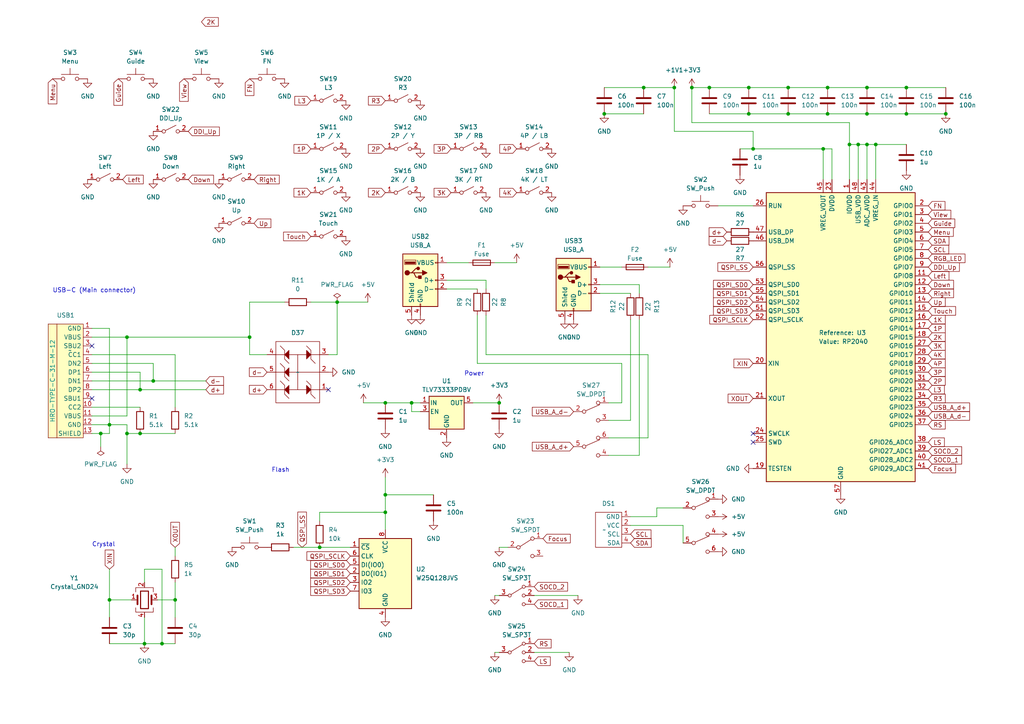
<source format=kicad_sch>
(kicad_sch (version 20230121) (generator eeschema)
  (paper "A4")
  (lib_symbols
    (symbol "Connector:USB_A" (pin_names (offset 1.016))
      (property "Reference" "J" (at -5.08 11.43 0))
      (property "Value" "USB_A" (at -5.08 8.89 0))
      (symbol "USB_A_1_1"
        (pin power_in line (at 7.62 5.08 180) (length 2.54) (name "VBUS") (number "1"))
        (pin bidirectional line (at 7.62 -2.54 180) (length 2.54) (name "D-") (number "2"))
        (pin bidirectional line (at 7.62 0 180) (length 2.54) (name "D+") (number "3"))
        (pin power_in line (at 0 -10.16 90) (length 2.54) (name "GND") (number "4"))
        (pin passive line (at -2.54 -10.16 90) (length 2.54) (name "Shield") (number "5"))
      )
    )
    (symbol "Device:C" (pin_numbers hide) (pin_names (offset 0.254))
      (property "Reference" "C" (at 0.635 2.54 0))
      (property "Value" "C" (at 0.635 -2.54 0))
      (symbol "C_1_1"
        (pin passive line (at 0 3.81 270) (length 2.794) (name "~") (number "1"))
        (pin passive line (at 0 -3.81 90) (length 2.794) (name "~") (number "2"))
      )
    )
    (symbol "Device:Crystal_GND24" (pin_names (offset 1.016) hide)
      (property "Reference" "Y" (at 3.175 5.08 0))
      (property "Value" "Crystal_GND24" (at 3.175 3.175 0))
      (symbol "Crystal_GND24_1_1"
        (pin passive line (at -3.81 0 0) (length 1.27) (name "1") (number "1"))
        (pin passive line (at 0 5.08 270) (length 1.27) (name "2") (number "2"))
        (pin passive line (at 3.81 0 180) (length 1.27) (name "3") (number "3"))
        (pin passive line (at 0 -5.08 90) (length 1.27) (name "4") (number "4"))
      )
    )
    (symbol "Device:Fuse" (pin_numbers hide) (pin_names (offset 0))
      (property "Reference" "F" (at 2.032 0 90))
      (property "Value" "Fuse" (at -1.905 0 90))
      (symbol "Fuse_1_1"
        (pin passive line (at 0 3.81 270) (length 1.27) (name "~") (number "1"))
        (pin passive line (at 0 -3.81 90) (length 1.27) (name "~") (number "2"))
      )
    )
    (symbol "Device:R" (pin_numbers hide) (pin_names (offset 0))
      (property "Reference" "R" (at 2.032 0 90))
      (property "Value" "R" (at 0 0 90))
      (symbol "R_1_1"
        (pin passive line (at 0 3.81 270) (length 1.27) (name "~") (number "1"))
        (pin passive line (at 0 -3.81 90) (length 1.27) (name "~") (number "2"))
      )
    )
    (symbol "Logic_LevelTranslator:SN74LV1T34DBV"
      (property "Reference" "U" (at 5.08 6.35 0))
      (property "Value" "SN74LV1T34DBV" (at 5.08 3.81 0))
      (symbol "SN74LV1T34DBV_1_1"
        (pin no_connect line (at -5.08 2.54 0) (length 2.54) hide (name "NC") (number "1"))
        (pin input line (at -7.62 0 0) (length 2.54) (name "A") (number "2"))
        (pin power_in line (at 0 -7.62 90) (length 2.54) (name "GND") (number "3"))
        (pin output line (at 7.62 0 180) (length 2.54) (name "Y") (number "4"))
        (pin power_in line (at 0 7.62 270) (length 2.54) (name "VCC") (number "5"))
      )
    )
    (symbol "MCU_RaspberryPi:RP2040"
      (property "Reference" "U" (at 17.78 45.72 0))
      (property "Value" "RP2040" (at 17.78 43.18 0))
      (symbol "RP2040_1_1"
        (pin power_in line (at 2.54 45.72 270) (length 3.81) (name "IOVDD") (number "1"))
        (pin passive line (at 2.54 45.72 270) (length 3.81) hide (name "IOVDD") (number "10"))
        (pin bidirectional line (at 25.4 17.78 180) (length 3.81) (name "GPIO8") (number "11"))
        (pin bidirectional line (at 25.4 15.24 180) (length 3.81) (name "GPIO9") (number "12"))
        (pin bidirectional line (at 25.4 12.7 180) (length 3.81) (name "GPIO10") (number "13"))
        (pin bidirectional line (at 25.4 10.16 180) (length 3.81) (name "GPIO11") (number "14"))
        (pin bidirectional line (at 25.4 7.62 180) (length 3.81) (name "GPIO12") (number "15"))
        (pin bidirectional line (at 25.4 5.08 180) (length 3.81) (name "GPIO13") (number "16"))
        (pin bidirectional line (at 25.4 2.54 180) (length 3.81) (name "GPIO14") (number "17"))
        (pin bidirectional line (at 25.4 0 180) (length 3.81) (name "GPIO15") (number "18"))
        (pin input line (at -25.4 -38.1 0) (length 3.81) (name "TESTEN") (number "19"))
        (pin bidirectional line (at 25.4 38.1 180) (length 3.81) (name "GPIO0") (number "2"))
        (pin input line (at -25.4 -7.62 0) (length 3.81) (name "XIN") (number "20"))
        (pin passive line (at -25.4 -17.78 0) (length 3.81) (name "XOUT") (number "21"))
        (pin passive line (at 2.54 45.72 270) (length 3.81) hide (name "IOVDD") (number "22"))
        (pin power_in line (at -2.54 45.72 270) (length 3.81) (name "DVDD") (number "23"))
        (pin input line (at -25.4 -27.94 0) (length 3.81) (name "SWCLK") (number "24"))
        (pin bidirectional line (at -25.4 -30.48 0) (length 3.81) (name "SWD") (number "25"))
        (pin input line (at -25.4 38.1 0) (length 3.81) (name "RUN") (number "26"))
        (pin bidirectional line (at 25.4 -2.54 180) (length 3.81) (name "GPIO16") (number "27"))
        (pin bidirectional line (at 25.4 -5.08 180) (length 3.81) (name "GPIO17") (number "28"))
        (pin bidirectional line (at 25.4 -7.62 180) (length 3.81) (name "GPIO18") (number "29"))
        (pin bidirectional line (at 25.4 35.56 180) (length 3.81) (name "GPIO1") (number "3"))
        (pin bidirectional line (at 25.4 -10.16 180) (length 3.81) (name "GPIO19") (number "30"))
        (pin bidirectional line (at 25.4 -12.7 180) (length 3.81) (name "GPIO20") (number "31"))
        (pin bidirectional line (at 25.4 -15.24 180) (length 3.81) (name "GPIO21") (number "32"))
        (pin passive line (at 2.54 45.72 270) (length 3.81) hide (name "IOVDD") (number "33"))
        (pin bidirectional line (at 25.4 -17.78 180) (length 3.81) (name "GPIO22") (number "34"))
        (pin bidirectional line (at 25.4 -20.32 180) (length 3.81) (name "GPIO23") (number "35"))
        (pin bidirectional line (at 25.4 -22.86 180) (length 3.81) (name "GPIO24") (number "36"))
        (pin bidirectional line (at 25.4 -25.4 180) (length 3.81) (name "GPIO25") (number "37"))
        (pin bidirectional line (at 25.4 -30.48 180) (length 3.81) (name "GPIO26_ADC0") (number "38"))
        (pin bidirectional line (at 25.4 -33.02 180) (length 3.81) (name "GPIO27_ADC1") (number "39"))
        (pin bidirectional line (at 25.4 33.02 180) (length 3.81) (name "GPIO2") (number "4"))
        (pin bidirectional line (at 25.4 -35.56 180) (length 3.81) (name "GPIO28_ADC2") (number "40"))
        (pin bidirectional line (at 25.4 -38.1 180) (length 3.81) (name "GPIO29_ADC3") (number "41"))
        (pin passive line (at 2.54 45.72 270) (length 3.81) hide (name "IOVDD") (number "42"))
        (pin power_in line (at 7.62 45.72 270) (length 3.81) (name "ADC_AVDD") (number "43"))
        (pin power_in line (at 10.16 45.72 270) (length 3.81) (name "VREG_IN") (number "44"))
        (pin power_out line (at -5.08 45.72 270) (length 3.81) (name "VREG_VOUT") (number "45"))
        (pin bidirectional line (at -25.4 27.94 0) (length 3.81) (name "USB_DM") (number "46"))
        (pin bidirectional line (at -25.4 30.48 0) (length 3.81) (name "USB_DP") (number "47"))
        (pin power_in line (at 5.08 45.72 270) (length 3.81) (name "USB_VDD") (number "48"))
        (pin passive line (at 2.54 45.72 270) (length 3.81) hide (name "IOVDD") (number "49"))
        (pin bidirectional line (at 25.4 30.48 180) (length 3.81) (name "GPIO3") (number "5"))
        (pin passive line (at -2.54 45.72 270) (length 3.81) hide (name "DVDD") (number "50"))
        (pin bidirectional line (at -25.4 7.62 0) (length 3.81) (name "QSPI_SD3") (number "51"))
        (pin output line (at -25.4 5.08 0) (length 3.81) (name "QSPI_SCLK") (number "52"))
        (pin bidirectional line (at -25.4 15.24 0) (length 3.81) (name "QSPI_SD0") (number "53"))
        (pin bidirectional line (at -25.4 10.16 0) (length 3.81) (name "QSPI_SD2") (number "54"))
        (pin bidirectional line (at -25.4 12.7 0) (length 3.81) (name "QSPI_SD1") (number "55"))
        (pin bidirectional line (at -25.4 20.32 0) (length 3.81) (name "QSPI_SS") (number "56"))
        (pin power_in line (at 0 -45.72 90) (length 3.81) (name "GND") (number "57"))
        (pin bidirectional line (at 25.4 27.94 180) (length 3.81) (name "GPIO4") (number "6"))
        (pin bidirectional line (at 25.4 25.4 180) (length 3.81) (name "GPIO5") (number "7"))
        (pin bidirectional line (at 25.4 22.86 180) (length 3.81) (name "GPIO6") (number "8"))
        (pin bidirectional line (at 25.4 20.32 180) (length 3.81) (name "GPIO7") (number "9"))
      )
    )
    (symbol "Memory_Flash:W25Q128JVS"
      (property "Reference" "U" (at -8.89 8.89 0))
      (property "Value" "W25Q128JVS" (at 7.62 8.89 0))
      (symbol "W25Q128JVS_1_1"
        (pin input line (at -10.16 7.62 0) (length 2.54) (name "~{CS}") (number "1"))
        (pin bidirectional line (at -10.16 0 0) (length 2.54) (name "DO(IO1)") (number "2"))
        (pin bidirectional line (at -10.16 -2.54 0) (length 2.54) (name "IO2") (number "3"))
        (pin power_in line (at 0 -12.7 90) (length 2.54) (name "GND") (number "4"))
        (pin bidirectional line (at -10.16 2.54 0) (length 2.54) (name "DI(IO0)") (number "5"))
        (pin input line (at -10.16 5.08 0) (length 2.54) (name "CLK") (number "6"))
        (pin bidirectional line (at -10.16 -5.08 0) (length 2.54) (name "IO3") (number "7"))
        (pin power_in line (at 0 12.7 270) (length 2.54) (name "VCC") (number "8"))
      )
    )
    (symbol "Regulator_Linear:TLV73333PDBV" (pin_names (offset 0.254))
      (property "Reference" "U" (at -3.81 5.715 0))
      (property "Value" "TLV73333PDBV" (at 0 5.715 0))
      (symbol "TLV73333PDBV_1_1"
        (pin power_in line (at -7.62 2.54 0) (length 2.54) (name "IN") (number "1"))
        (pin power_in line (at 0 -7.62 90) (length 2.54) (name "GND") (number "2"))
        (pin input line (at -7.62 0 0) (length 2.54) (name "EN") (number "3"))
        (pin no_connect line (at 5.08 0 180) (length 2.54) hide (name "NC") (number "4"))
        (pin power_out line (at 7.62 2.54 180) (length 2.54) (name "OUT") (number "5"))
      )
    )
    (symbol "Revbox:1.3{dblquote}_OLED"
      (property "Reference" "DS" (at 0 6.35 0))
      (symbol "1.3{dblquote}_OLED_1_1"
        (pin input line (at 6.35 3.81 180) (length 2.54) (name "GND") (number "1"))
        (pin input line (at 6.35 1.27 180) (length 2.54) (name "VCC") (number "2"))
        (pin input line (at 6.35 -1.27 180) (length 2.54) (name "SCL") (number "3"))
        (pin input line (at 6.35 -3.81 180) (length 2.54) (name "SDA") (number "4"))
      )
    )
    (symbol "Revbox:HRO-TYPE-C-31-M12"
      (property "Reference" "USB1" (at -5.08 17.78 0))
      (property "Value" "~" (at -3.81 7.62 0))
      (symbol "HRO-TYPE-C-31-M12_1_0"
        (text "HRO-TYPE-C-31-M-12" (at -8.89 -1.27 900) (effects (font (size 1.27 1.27))))
      )
      (symbol "HRO-TYPE-C-31-M12_1_1"
        (pin power_in line (at 2.54 13.97 180) (length 2.54) (name "GND") (number "1"))
        (pin power_in line (at 2.54 -8.89 180) (length 2.54) (name "CC2") (number "10"))
        (pin power_in line (at 2.54 -11.43 180) (length 2.54) (name "VBUS") (number "11"))
        (pin power_in line (at 2.54 -13.97 180) (length 2.54) (name "GND") (number "12"))
        (pin power_in line (at 2.54 -16.51 180) (length 2.54) (name "SHIELD") (number "13"))
        (pin power_in line (at 2.54 11.43 180) (length 2.54) (name "VBUS") (number "2"))
        (pin power_in line (at 2.54 8.89 180) (length 2.54) (name "SBU2") (number "3"))
        (pin power_in line (at 2.54 6.35 180) (length 2.54) (name "CC1") (number "4"))
        (pin power_in line (at 2.54 3.81 180) (length 2.54) (name "DN2") (number "5"))
        (pin power_in line (at 2.54 1.27 180) (length 2.54) (name "DP1") (number "6"))
        (pin power_in line (at 2.54 -1.27 180) (length 2.54) (name "DN1") (number "7"))
        (pin power_in line (at 2.54 -3.81 180) (length 2.54) (name "DP2") (number "8"))
        (pin power_in line (at 2.54 -6.35 180) (length 2.54) (name "SBU1") (number "9"))
      )
    )
    (symbol "Revbox:SK6812" (pin_names (offset 0.254))
      (property "Reference" "D" (at 5.08 5.715 0))
      (property "Value" "SK6812" (at 1.27 -5.715 0))
      (property "LCSC" "C2909058" (at 0 0 0))
      (symbol "SK6812_0_0"
        (text "RGB" (at 2.286 -4.191 0) (effects (font (size 0.762 0.762))))
      )
      (symbol "SK6812_1_1"
        (pin power_in line (at 0 -7.62 90) (length 2.54) (name "VDD") (number "1"))
        (pin output line (at -7.62 0 0) (length 2.54) (name "DOUT") (number "2"))
        (pin power_in line (at 0 7.62 270) (length 2.54) (name "GND") (number "3"))
        (pin input line (at 7.62 0 180) (length 2.54) (name "DIN") (number "4"))
      )
    )
    (symbol "Revbox:SMF05CT1G"
      (property "Reference" "D" (at 0 10.16 0))
      (symbol "SMF05CT1G_1_1"
        (pin input line (at -8.89 5.08 0) (length 2.54) (name "") (number "1"))
        (pin input line (at -8.89 0 0) (length 2.54) (name "") (number "2"))
        (pin input line (at -8.89 -5.08 0) (length 2.54) (name "") (number "3"))
        (pin input line (at 8.89 -5.08 180) (length 2.54) (name "") (number "4"))
        (pin input line (at 8.89 0 180) (length 2.54) (name "") (number "5"))
        (pin input line (at 8.89 5.08 180) (length 2.54) (name "") (number "6"))
      )
    )
    (symbol "SW_Push_DPDT_1" (pin_names (offset 0) hide)
      (property "Reference" "SW27" (at 0 12.7 0))
      (property "Value" "SW_DPDT" (at 0 10.16 0))
      (symbol "SW_Push_DPDT_1_1_1"
        (pin passive line (at 5.08 7.62 180) (length 2.54) (name "A") (number "1"))
        (pin passive line (at -5.08 5.08 0) (length 2.54) (name "B") (number "2"))
        (pin passive line (at 5.08 2.54 180) (length 2.54) (name "C") (number "3"))
        (pin passive line (at 5.08 -7.62 180) (length 2.54) (name "C") (number "4"))
        (pin passive line (at -5.08 -5.08 0) (length 2.54) (name "B") (number "5"))
        (pin passive line (at 5.08 -2.54 180) (length 2.54) (name "A") (number "6"))
      )
    )
    (symbol "Switch:SW_Push" (pin_numbers hide) (pin_names (offset 1.016) hide)
      (property "Reference" "SW" (at 1.27 2.54 0))
      (property "Value" "SW_Push" (at 0 -1.524 0))
      (symbol "SW_Push_0_1"
        (pin passive line (at -5.08 0 0) (length 2.54) (name "1") (number "1"))
        (pin passive line (at 5.08 0 180) (length 2.54) (name "2") (number "2"))
      )
    )
    (symbol "Switch:SW_Push_DPDT" (pin_names (offset 0) hide)
      (property "Reference" "SW24" (at 0 12.7 0))
      (property "Value" "SW_DPDT" (at 0 10.16 0))
      (symbol "SW_Push_DPDT_1_1"
        (pin passive line (at 5.08 7.62 180) (length 2.54) (name "A") (number "1"))
        (pin passive line (at -5.08 5.08 0) (length 2.54) (name "B") (number "2"))
        (pin passive line (at 5.08 2.54 180) (length 2.54) (name "C") (number "3"))
        (pin passive line (at 5.08 -2.54 180) (length 2.54) (name "A") (number "4"))
        (pin passive line (at -5.08 -5.08 0) (length 2.54) (name "B") (number "5"))
        (pin passive line (at 5.08 -7.62 180) (length 2.54) (name "C") (number "6"))
      )
    )
    (symbol "Switch:SW_SP3T" (pin_names (offset 0) hide)
      (property "Reference" "SW" (at 0 5.08 0))
      (property "Value" "SW_SP3T" (at 0 -5.08 0))
      (symbol "SW_SP3T_1_1"
        (pin passive line (at 5.08 2.54 180) (length 2.54) (name "1") (number "1"))
        (pin passive line (at 5.08 0 180) (length 2.54) (name "2") (number "2"))
        (pin passive line (at -5.08 0 0) (length 2.54) (name "3") (number "3"))
        (pin passive line (at 5.08 -2.54 180) (length 2.54) (name "4") (number "4"))
      )
    )
    (symbol "Switch:SW_SPDT" (pin_names (offset 0) hide)
      (property "Reference" "SW" (at 0 4.318 0))
      (property "Value" "SW_SPDT" (at 0 -5.08 0))
      (symbol "SW_SPDT_1_1"
        (pin passive line (at 5.08 2.54 180) (length 2.54) (name "A") (number "1"))
        (pin passive line (at -5.08 0 0) (length 2.54) (name "B") (number "2"))
        (pin passive line (at 5.08 -2.54 180) (length 2.54) (name "C") (number "3"))
      )
    )
    (symbol "Switch:SW_SPST" (pin_names (offset 0) hide)
      (property "Reference" "SW" (at 0 3.175 0))
      (property "Value" "SW_SPST" (at 0 -2.54 0))
      (symbol "SW_SPST_1_1"
        (pin passive line (at -5.08 0 0) (length 2.54) (name "A") (number "1"))
        (pin passive line (at 5.08 0 180) (length 2.54) (name "B") (number "2"))
      )
    )
    (symbol "power:+1V1" (power) (pin_names (offset 0))
      (property "Value" "+1V1" (at 0 3.556 0))
      (symbol "+1V1_1_1"
        (pin power_in line (at 0 0 90) (length 0) hide (name "+1V1") (number "1"))
      )
    )
    (symbol "power:+3V3" (power) (pin_names (offset 0))
      (property "Value" "+3V3" (at 0 3.556 0))
      (symbol "+3V3_1_1"
        (pin power_in line (at 0 0 90) (length 0) hide (name "+3V3") (number "1"))
      )
    )
    (symbol "power:+5V" (power) (pin_names (offset 0))
      (property "Value" "+5V" (at 0 3.556 0))
      (symbol "+5V_1_1"
        (pin power_in line (at 0 0 90) (length 0) hide (name "+5V") (number "1"))
      )
    )
    (symbol "power:GND" (power) (pin_names (offset 0))
      (property "Value" "GND" (at 0 -3.81 0))
      (symbol "GND_1_1"
        (pin power_in line (at 0 0 270) (length 0) hide (name "GND") (number "1"))
      )
    )
    (symbol "power:PWR_FLAG" (power) (pin_numbers hide) (pin_names (offset 0) hide)
      (property "Value" "PWR_FLAG" (at 0 3.81 0))
      (symbol "PWR_FLAG_0_0"
        (pin power_out line (at 0 0 90) (length 0) (name "pwr") (number "1"))
      )
    )
  )
  (junction (at 251.46 25.4))
  (junction (at 439.42 227.33))
  (junction (at 36.83 97.79))
  (junction (at -90.17 227.33))
  (junction (at 180.34 227.33))
  (junction (at 31.75 173.99))
  (junction (at 92.71 158.75))
  (junction (at -113.03 227.33))
  (junction (at -182.88 227.33))
  (junction (at 46.99 186.69))
  (junction (at 201.93 227.33))
  (junction (at 111.76 143.51))
  (junction (at 251.46 33.02))
  (junction (at -66.04 227.33))
  (junction (at -135.89 227.33))
  (junction (at 245.11 227.33))
  (junction (at 72.39 97.79))
  (junction (at 29.21 125.73))
  (junction (at 26.67 227.33))
  (junction (at 396.24 227.33))
  (junction (at -304.8 207.01))
  (junction (at 251.46 41.91))
  (junction (at 31.75 123.19))
  (junction (at 44.45 110.49))
  (junction (at 240.03 33.02))
  (junction (at 40.64 125.73))
  (junction (at 262.89 25.4))
  (junction (at 50.8 173.99))
  (junction (at 288.29 227.33))
  (junction (at 218.44 43.18))
  (junction (at 119.38 116.84))
  (junction (at -45.72 227.33))
  (junction (at -231.14 227.33))
  (junction (at 223.52 227.33))
  (junction (at 36.83 125.73))
  (junction (at 331.47 227.33))
  (junction (at 200.66 25.4))
  (junction (at 111.76 148.59))
  (junction (at 309.88 227.33))
  (junction (at 417.83 227.33))
  (junction (at 246.38 41.91))
  (junction (at 41.91 186.69))
  (junction (at 73.66 227.33))
  (junction (at 238.76 43.18))
  (junction (at 217.17 33.02))
  (junction (at 186.69 25.4))
  (junction (at 461.01 227.33))
  (junction (at 144.78 116.84))
  (junction (at 228.6 25.4))
  (junction (at 240.03 25.4))
  (junction (at 248.92 41.91))
  (junction (at 175.26 33.02))
  (junction (at 228.6 33.02))
  (junction (at 195.58 25.4))
  (junction (at 266.7 227.33))
  (junction (at -22.86 227.33))
  (junction (at 137.16 227.33))
  (junction (at 274.32 33.02))
  (junction (at 50.8 227.33))
  (junction (at 0 227.33))
  (junction (at 111.76 116.84))
  (junction (at -311.15 227.33))
  (junction (at 93.98 227.33))
  (junction (at 262.89 33.02))
  (junction (at -160.02 227.33))
  (junction (at 205.74 25.4))
  (junction (at -281.94 227.33))
  (junction (at -256.54 227.33))
  (junction (at 374.65 227.33))
  (junction (at 217.17 25.4))
  (junction (at 254 41.91))
  (junction (at 353.06 227.33))
  (junction (at 158.75 227.33))
  (junction (at 97.79 87.63))
  (junction (at 482.6 227.33))
  (junction (at 40.64 113.03))
  (junction (at -205.74 227.33))
  (junction (at 115.57 227.33))
  (no_connect (at 218.44 125.73))
  (no_connect (at 26.67 100.33))
  (no_connect (at 95.25 113.03))
  (no_connect (at 26.67 115.57))
  (no_connect (at 490.22 240.03))
  (no_connect (at 218.44 128.27))
  (wire (pts (xy -304.8 207.01) (xy -311.15 207.01)))
  (wire (pts (xy 187.96 127) (xy 176.53 127)))
  (wire (pts (xy 218.44 38.1) (xy 218.44 43.18)))
  (wire (pts (xy -66.04 227.33) (xy -45.72 227.33)))
  (wire (pts (xy -231.14 227.33) (xy -205.74 227.33)))
  (wire (pts (xy 97.79 87.63) (xy 106.68 87.63)))
  (wire (pts (xy 190.5 147.32) (xy 198.12 147.32)))
  (wire (pts (xy 31.75 179.07) (xy 31.75 173.99)))
  (wire (pts (xy 129.54 81.28) (xy 140.97 81.28)))
  (wire (pts (xy 90.17 87.63) (xy 97.79 87.63)))
  (wire (pts (xy 149.86 76.2) (xy 143.51 76.2)))
  (wire (pts (xy 50.8 226.06) (xy 50.8 227.33)))
  (wire (pts (xy 95.25 102.87) (xy 97.79 102.87)))
  (wire (pts (xy 360.68 240.03) (xy 367.03 240.03)))
  (wire (pts (xy 46.99 186.69) (xy 50.8 186.69)))
  (wire (pts (xy -152.4 240.03) (xy -143.51 240.03)))
  (wire (pts (xy 50.8 227.33) (xy 73.66 227.33)))
  (wire (pts (xy 158.75 227.33) (xy 158.75 232.41)))
  (wire (pts (xy 295.91 240.03) (xy 302.26 240.03)))
  (wire (pts (xy -175.26 240.03) (xy -167.64 240.03)))
  (wire (pts (xy 111.76 116.84) (xy 119.38 116.84)))
  (wire (pts (xy 425.45 240.03) (xy 431.8 240.03)))
  (wire (pts (xy 36.83 125.73) (xy 36.83 134.62)))
  (wire (pts (xy 92.71 148.59) (xy 111.76 148.59)))
  (wire (pts (xy 143.51 189.23) (xy 144.78 189.23)))
  (wire (pts (xy -205.74 227.33) (xy -205.74 232.41)))
  (wire (pts (xy -135.89 227.33) (xy -135.89 232.41)))
  (wire (pts (xy 26.67 227.33) (xy 26.67 232.41)))
  (wire (pts (xy 331.47 227.33) (xy 353.06 227.33)))
  (wire (pts (xy 175.26 33.02) (xy 186.69 33.02)))
  (wire (pts (xy 29.21 125.73) (xy 29.21 129.54)))
  (wire (pts (xy 36.83 120.65) (xy 36.83 97.79)))
  (wire (pts (xy -311.15 227.33) (xy -311.15 232.41)))
  (wire (pts (xy -128.27 240.03) (xy -120.65 240.03)))
  (wire (pts (xy -160.02 227.33) (xy -160.02 232.41)))
  (wire (pts (xy 26.67 123.19) (xy 31.75 123.19)))
  (wire (pts (xy 288.29 227.33) (xy 288.29 232.41)))
  (wire (pts (xy 40.64 107.95) (xy 40.64 113.03)))
  (wire (pts (xy 40.64 113.03) (xy 59.69 113.03)))
  (wire (pts (xy 214.63 43.18) (xy 218.44 43.18)))
  (wire (pts (xy 26.67 113.03) (xy 40.64 113.03)))
  (wire (pts (xy 223.52 227.33) (xy 245.11 227.33)))
  (wire (pts (xy 185.42 92.71) (xy 185.42 132.08)))
  (wire (pts (xy -58.42 240.03) (xy -53.34 240.03)))
  (wire (pts (xy -285.75 207.01) (xy -288.29 207.01)))
  (wire (pts (xy 46.99 165.1) (xy 46.99 186.69)))
  (wire (pts (xy 396.24 227.33) (xy 396.24 232.41)))
  (wire (pts (xy 26.67 95.25) (xy 31.75 95.25)))
  (wire (pts (xy 50.8 158.75) (xy 50.8 161.29)))
  (wire (pts (xy 101.6 240.03) (xy 107.95 240.03)))
  (wire (pts (xy 382.27 240.03) (xy 388.62 240.03)))
  (wire (pts (xy 417.83 227.33) (xy 417.83 232.41)))
  (wire (pts (xy 119.38 119.38) (xy 119.38 116.84)))
  (wire (pts (xy 217.17 25.4) (xy 228.6 25.4)))
  (wire (pts (xy 138.43 91.44) (xy 138.43 105.41)))
  (wire (pts (xy 26.67 105.41) (xy 44.45 105.41)))
  (wire (pts (xy -295.91 199.39) (xy -295.91 196.85)))
  (wire (pts (xy 41.91 186.69) (xy 46.99 186.69)))
  (wire (pts (xy -45.72 227.33) (xy -22.86 227.33)))
  (wire (pts (xy 93.98 227.33) (xy 93.98 232.41)))
  (wire (pts (xy -22.86 227.33) (xy 0 227.33)))
  (wire (pts (xy 180.34 227.33) (xy 201.93 227.33)))
  (wire (pts (xy 228.6 25.4) (xy 240.03 25.4)))
  (wire (pts (xy -182.88 227.33) (xy -160.02 227.33)))
  (wire (pts (xy -90.17 227.33) (xy -66.04 227.33)))
  (wire (pts (xy 72.39 97.79) (xy 72.39 87.63)))
  (wire (pts (xy -256.54 227.33) (xy -231.14 227.33)))
  (wire (pts (xy 187.96 102.87) (xy 187.96 127)))
  (wire (pts (xy -105.41 240.03) (xy -97.79 240.03)))
  (wire (pts (xy -264.16 240.03) (xy -274.32 240.03)))
  (wire (pts (xy 245.11 227.33) (xy 245.11 232.41)))
  (wire (pts (xy 251.46 41.91) (xy 251.46 52.07)))
  (wire (pts (xy 111.76 143.51) (xy 111.76 148.59)))
  (wire (pts (xy 190.5 149.86) (xy 190.5 147.32)))
  (wire (pts (xy 251.46 25.4) (xy 262.89 25.4)))
  (wire (pts (xy 40.64 125.73) (xy 50.8 125.73)))
  (wire (pts (xy 251.46 33.02) (xy 262.89 33.02)))
  (wire (pts (xy 468.63 240.03) (xy 474.98 240.03)))
  (wire (pts (xy 92.71 151.13) (xy 92.71 148.59)))
  (wire (pts (xy -304.8 207.01) (xy -303.53 207.01)))
  (wire (pts (xy 254 41.91) (xy 262.89 41.91)))
  (wire (pts (xy 105.41 116.84) (xy 111.76 116.84)))
  (wire (pts (xy 36.83 125.73) (xy 40.64 125.73)))
  (wire (pts (xy 29.21 125.73) (xy 31.75 125.73)))
  (wire (pts (xy 198.12 152.4) (xy 198.12 157.48)))
  (wire (pts (xy 201.93 227.33) (xy 201.93 232.41)))
  (wire (pts (xy 85.09 158.75) (xy 92.71 158.75)))
  (wire (pts (xy 26.67 102.87) (xy 50.8 102.87)))
  (wire (pts (xy -231.14 227.33) (xy -231.14 232.41)))
  (wire (pts (xy 34.29 240.03) (xy 43.18 240.03)))
  (wire (pts (xy 111.76 138.43) (xy 111.76 143.51)))
  (wire (pts (xy 73.66 227.33) (xy 73.66 232.41)))
  (wire (pts (xy 309.88 227.33) (xy 331.47 227.33)))
  (wire (pts (xy 44.45 105.41) (xy 44.45 110.49)))
  (wire (pts (xy 173.99 77.47) (xy 180.34 77.47)))
  (wire (pts (xy 218.44 43.18) (xy 238.76 43.18)))
  (wire (pts (xy 26.67 118.11) (xy 40.64 118.11)))
  (wire (pts (xy -66.04 227.33) (xy -66.04 232.41)))
  (wire (pts (xy 205.74 33.02) (xy 217.17 33.02)))
  (wire (pts (xy 266.7 227.33) (xy 266.7 232.41)))
  (wire (pts (xy 252.73 240.03) (xy 259.08 240.03)))
  (wire (pts (xy 240.03 33.02) (xy 251.46 33.02)))
  (wire (pts (xy 72.39 97.79) (xy 72.39 102.87)))
  (wire (pts (xy 50.8 168.91) (xy 50.8 173.99)))
  (wire (pts (xy 26.67 227.33) (xy 50.8 227.33)))
  (wire (pts (xy 417.83 227.33) (xy 439.42 227.33)))
  (wire (pts (xy 251.46 41.91) (xy 254 41.91)))
  (wire (pts (xy 111.76 143.51) (xy 125.73 143.51)))
  (wire (pts (xy 353.06 227.33) (xy 353.06 232.41)))
  (wire (pts (xy 140.97 91.44) (xy 140.97 102.87)))
  (wire (pts (xy -15.24 240.03) (xy -7.62 240.03)))
  (wire (pts (xy 190.5 149.86) (xy 182.88 149.86)))
  (wire (pts (xy 97.79 87.63) (xy 97.79 102.87)))
  (wire (pts (xy 115.57 227.33) (xy 115.57 232.41)))
  (wire (pts (xy 180.34 105.41) (xy 180.34 116.84)))
  (wire (pts (xy 41.91 165.1) (xy 46.99 165.1)))
  (wire (pts (xy 200.66 25.4) (xy 200.66 35.56)))
  (wire (pts (xy 231.14 240.03) (xy 237.49 240.03)))
  (wire (pts (xy 41.91 179.07) (xy 41.91 186.69)))
  (wire (pts (xy 240.03 25.4) (xy 251.46 25.4)))
  (wire (pts (xy 31.75 173.99) (xy 38.1 173.99)))
  (wire (pts (xy -113.03 227.33) (xy -90.17 227.33)))
  (wire (pts (xy -323.85 240.03) (xy -318.77 240.03)))
  (wire (pts (xy -160.02 227.33) (xy -135.89 227.33)))
  (wire (pts (xy 228.6 33.02) (xy 240.03 33.02)))
  (wire (pts (xy 353.06 227.33) (xy 374.65 227.33)))
  (wire (pts (xy 245.11 227.33) (xy 266.7 227.33)))
  (wire (pts (xy 246.38 35.56) (xy 246.38 41.91)))
  (wire (pts (xy 58.42 240.03) (xy 66.04 240.03)))
  (wire (pts (xy 461.01 227.33) (xy 461.01 232.41)))
  (wire (pts (xy 248.92 41.91) (xy 251.46 41.91)))
  (wire (pts (xy 129.54 76.2) (xy 135.89 76.2)))
  (wire (pts (xy -22.86 227.33) (xy -22.86 232.41)))
  (wire (pts (xy 238.76 43.18) (xy 241.3 43.18)))
  (wire (pts (xy -256.54 227.33) (xy -256.54 232.41)))
  (wire (pts (xy -223.52 240.03) (xy -213.36 240.03)))
  (wire (pts (xy 262.89 25.4) (xy 274.32 25.4)))
  (wire (pts (xy -304.8 201.93) (xy -304.8 207.01)))
  (wire (pts (xy 45.72 173.99) (xy 50.8 173.99)))
  (wire (pts (xy 396.24 227.33) (xy 417.83 227.33)))
  (wire (pts (xy 154.94 189.23) (xy 165.1 189.23)))
  (wire (pts (xy 36.83 123.19) (xy 36.83 125.73)))
  (wire (pts (xy 137.16 227.33) (xy 137.16 232.41)))
  (wire (pts (xy 123.19 240.03) (xy 129.54 240.03)))
  (wire (pts (xy 182.88 152.4) (xy 198.12 152.4)))
  (wire (pts (xy 223.52 227.33) (xy 223.52 232.41)))
  (wire (pts (xy 36.83 97.79) (xy 72.39 97.79)))
  (wire (pts (xy 200.66 35.56) (xy 246.38 35.56)))
  (wire (pts (xy 439.42 227.33) (xy 461.01 227.33)))
  (wire (pts (xy 173.99 85.09) (xy 182.88 85.09)))
  (wire (pts (xy 246.38 41.91) (xy 248.92 41.91)))
  (wire (pts (xy 140.97 102.87) (xy 187.96 102.87)))
  (wire (pts (xy 182.88 121.92) (xy 176.53 121.92)))
  (wire (pts (xy 461.01 227.33) (xy 482.6 227.33)))
  (wire (pts (xy 121.92 119.38) (xy 119.38 119.38)))
  (wire (pts (xy 205.74 25.4) (xy 217.17 25.4)))
  (wire (pts (xy 254 41.91) (xy 254 52.07)))
  (wire (pts (xy 50.8 102.87) (xy 50.8 118.11)))
  (wire (pts (xy 403.86 240.03) (xy 410.21 240.03)))
  (wire (pts (xy 50.8 227.33) (xy 50.8 232.41)))
  (wire (pts (xy -288.29 196.85) (xy -288.29 187.96)))
  (wire (pts (xy 194.31 77.47) (xy 187.96 77.47)))
  (wire (pts (xy 0 227.33) (xy 0 232.41)))
  (wire (pts (xy 195.58 38.1) (xy 218.44 38.1)))
  (wire (pts (xy 238.76 43.18) (xy 238.76 52.07)))
  (wire (pts (xy -135.89 227.33) (xy -113.03 227.33)))
  (wire (pts (xy 217.17 33.02) (xy 228.6 33.02)))
  (wire (pts (xy 73.66 227.33) (xy 93.98 227.33)))
  (wire (pts (xy 144.78 158.75) (xy 147.32 158.75)))
  (wire (pts (xy 41.91 165.1) (xy 41.91 168.91)))
  (wire (pts (xy 246.38 52.07) (xy 246.38 41.91)))
  (wire (pts (xy -205.74 227.33) (xy -182.88 227.33)))
  (wire (pts (xy 339.09 240.03) (xy 345.44 240.03)))
  (wire (pts (xy 439.42 227.33) (xy 439.42 232.41)))
  (wire (pts (xy 180.34 227.33) (xy 180.34 232.41)))
  (wire (pts (xy 26.67 107.95) (xy 40.64 107.95)))
  (wire (pts (xy 309.88 227.33) (xy 309.88 232.41)))
  (wire (pts (xy 288.29 227.33) (xy 309.88 227.33)))
  (wire (pts (xy 374.65 227.33) (xy 374.65 232.41)))
  (wire (pts (xy 31.75 95.25) (xy 31.75 123.19)))
  (wire (pts (xy 158.75 227.33) (xy 180.34 227.33)))
  (wire (pts (xy 137.16 116.84) (xy 144.78 116.84)))
  (wire (pts (xy 154.94 172.72) (xy 167.64 172.72)))
  (wire (pts (xy 93.98 227.33) (xy 115.57 227.33)))
  (wire (pts (xy 374.65 227.33) (xy 396.24 227.33)))
  (wire (pts (xy 447.04 240.03) (xy 453.39 240.03)))
  (wire (pts (xy 26.67 97.79) (xy 36.83 97.79)))
  (wire (pts (xy 44.45 110.49) (xy 59.69 110.49)))
  (wire (pts (xy -303.53 240.03) (xy -289.56 240.03)))
  (wire (pts (xy 173.99 82.55) (xy 185.42 82.55)))
  (wire (pts (xy 195.58 25.4) (xy 195.58 38.1)))
  (wire (pts (xy 266.7 227.33) (xy 288.29 227.33)))
  (wire (pts (xy -285.75 207.01) (xy -285.75 209.55)))
  (wire (pts (xy 72.39 102.87) (xy 77.47 102.87)))
  (wire (pts (xy 175.26 25.4) (xy 186.69 25.4)))
  (wire (pts (xy -90.17 227.33) (xy -90.17 232.41)))
  (wire (pts (xy 186.69 25.4) (xy 195.58 25.4)))
  (wire (pts (xy 248.92 41.91) (xy 248.92 52.07)))
  (wire (pts (xy 119.38 116.84) (xy 121.92 116.84)))
  (wire (pts (xy -38.1 240.03) (xy -30.48 240.03)))
  (wire (pts (xy -82.55 240.03) (xy -73.66 240.03)))
  (wire (pts (xy 200.66 25.4) (xy 205.74 25.4)))
  (wire (pts (xy 143.51 172.72) (xy 144.78 172.72)))
  (wire (pts (xy 129.54 83.82) (xy 138.43 83.82)))
  (wire (pts (xy 31.75 186.69) (xy 41.91 186.69)))
  (wire (pts (xy 209.55 240.03) (xy 215.9 240.03)))
  (wire (pts (xy 201.93 227.33) (xy 223.52 227.33)))
  (wire (pts (xy 111.76 148.59) (xy 111.76 153.67)))
  (wire (pts (xy -288.29 187.96) (xy -323.85 187.96)))
  (wire (pts (xy 144.78 240.03) (xy 151.13 240.03)))
  (wire (pts (xy -281.94 227.33) (xy -256.54 227.33)))
  (wire (pts (xy -323.85 187.96) (xy -323.85 240.03)))
  (wire (pts (xy -113.03 227.33) (xy -113.03 232.41)))
  (wire (pts (xy 7.62 240.03) (xy 19.05 240.03)))
  (wire (pts (xy -311.15 227.33) (xy -281.94 227.33)))
  (wire (pts (xy 166.37 240.03) (xy 172.72 240.03)))
  (wire (pts (xy -45.72 227.33) (xy -45.72 232.41)))
  (wire (pts (xy 50.8 173.99) (xy 50.8 179.07)))
  (wire (pts (xy 187.96 240.03) (xy 194.31 240.03)))
  (wire (pts (xy -182.88 227.33) (xy -182.88 232.41)))
  (wire (pts (xy 208.28 59.69) (xy 218.44 59.69)))
  (wire (pts (xy -198.12 240.03) (xy -190.5 240.03)))
  (wire (pts (xy 182.88 92.71) (xy 182.88 121.92)))
  (wire (pts (xy 31.75 123.19) (xy 36.83 123.19)))
  (wire (pts (xy 185.42 85.09) (xy 185.42 82.55)))
  (wire (pts (xy 317.5 240.03) (xy 323.85 240.03)))
  (wire (pts (xy 482.6 227.33) (xy 482.6 232.41)))
  (wire (pts (xy 26.67 120.65) (xy 36.83 120.65)))
  (wire (pts (xy 115.57 227.33) (xy 137.16 227.33)))
  (wire (pts (xy -281.94 227.33) (xy -281.94 232.41)))
  (wire (pts (xy 26.67 125.73) (xy 29.21 125.73)))
  (wire (pts (xy 26.67 110.49) (xy 44.45 110.49)))
  (wire (pts (xy 138.43 105.41) (xy 180.34 105.41)))
  (wire (pts (xy 0 227.33) (xy 26.67 227.33)))
  (wire (pts (xy 331.47 227.33) (xy 331.47 232.41)))
  (wire (pts (xy 140.97 83.82) (xy 140.97 81.28)))
  (wire (pts (xy -248.92 240.03) (xy -238.76 240.03)))
  (wire (pts (xy 92.71 158.75) (xy 101.6 158.75)))
  (wire (pts (xy 262.89 33.02) (xy 274.32 33.02)))
  (wire (pts (xy 274.32 240.03) (xy 280.67 240.03)))
  (wire (pts (xy 137.16 227.33) (xy 158.75 227.33)))
  (wire (pts (xy 241.3 52.07) (xy 241.3 43.18)))
  (wire (pts (xy 180.34 116.84) (xy 176.53 116.84)))
  (wire (pts (xy 31.75 165.1) (xy 31.75 173.99)))
  (wire (pts (xy -304.8 207.01) (xy -304.8 212.09)))
  (wire (pts (xy 72.39 87.63) (xy 82.55 87.63)))
  (wire (pts (xy 185.42 132.08) (xy 176.53 132.08)))
  (wire (pts (xy -311.15 207.01) (xy -311.15 227.33)))
  (wire (pts (xy 31.75 123.19) (xy 31.75 125.73)))
  (wire (pts (xy 81.28 240.03) (xy 86.36 240.03)))
  (text "Crystal" (at 26.67 158.75 0) (effects (font (size 1.27 1.27)) (justify left bottom)))
  (text "USB-C (Main connector)\n" (at 15.24 85.09 0) (effects (font (size 1.27 1.27)) (justify left bottom)))
  (text "Flash" (at 78.74 137.16 0) (effects (font (size 1.27 1.27)) (justify left bottom)))
  (text "Power" (at 134.62 109.22 0) (effects (font (size 1.27 1.27)) (justify left bottom)))
  (global_label "L3" (shape input) (at 90.17 29.21 180) (property "Intersheetrefs" "${INTERSHEET_REFS}" (effects hide)))
  (global_label "1P" (shape input) (at 90.17 43.18 180) (property "Intersheetrefs" "${INTERSHEET_REFS}" (effects hide)))
  (global_label "SOCD_1" (shape input) (at 154.94 175.26 0) (property "Intersheetrefs" "${INTERSHEET_REFS}" (effects hide)))
  (global_label "Menu" (shape input) (at 15.24 22.86 270) (property "Intersheetrefs" "${INTERSHEET_REFS}" (effects hide)))
  (global_label "QSPI_SCLK" (shape input) (at 218.44 92.71 180) (property "Intersheetrefs" "${INTERSHEET_REFS}" (effects hide)))
  (global_label "XIN" (shape input) (at 218.44 105.41 180) (property "Intersheetrefs" "${INTERSHEET_REFS}" (effects hide)))
  (global_label "SCL" (shape input) (at 269.24 72.39 0) (property "Intersheetrefs" "${INTERSHEET_REFS}" (effects hide)))
  (global_label "USB_A_d-" (shape input) (at 166.37 119.38 180) (property "Intersheetrefs" "${INTERSHEET_REFS}" (effects hide)))
  (global_label "R3" (shape input) (at 269.24 115.57 0) (property "Intersheetrefs" "${INTERSHEET_REFS}" (effects hide)))
  (global_label "L3" (shape input) (at 269.24 113.03 0) (property "Intersheetrefs" "${INTERSHEET_REFS}" (effects hide)))
  (global_label "3P" (shape input) (at 269.24 107.95 0) (property "Intersheetrefs" "${INTERSHEET_REFS}" (effects hide)))
  (global_label "Up" (shape input) (at 73.66 64.77 0) (property "Intersheetrefs" "${INTERSHEET_REFS}" (effects hide)))
  (global_label "QSPI_SD1" (shape input) (at 218.44 85.09 180) (property "Intersheetrefs" "${INTERSHEET_REFS}" (effects hide)))
  (global_label "SCL" (shape input) (at 182.88 154.94 0) (property "Intersheetrefs" "${INTERSHEET_REFS}" (effects hide)))
  (global_label "QSPI_SD1" (shape input) (at 101.6 166.37 180) (property "Intersheetrefs" "${INTERSHEET_REFS}" (effects hide)))
  (global_label "Menu" (shape input) (at 269.24 67.31 0) (property "Intersheetrefs" "${INTERSHEET_REFS}" (effects hide)))
  (global_label "QSPI_SD2" (shape input) (at 101.6 168.91 180) (property "Intersheetrefs" "${INTERSHEET_REFS}" (effects hide)))
  (global_label "RS" (shape input) (at 269.24 123.19 0) (property "Intersheetrefs" "${INTERSHEET_REFS}" (effects hide)))
  (global_label "d+" (shape input) (at 77.47 113.03 180) (property "Intersheetrefs" "${INTERSHEET_REFS}" (effects hide)))
  (global_label "3P" (shape input) (at 130.81 43.18 180) (property "Intersheetrefs" "${INTERSHEET_REFS}" (effects hide)))
  (global_label "RGB_LED" (shape input) (at -295.91 214.63 270) (property "Intersheetrefs" "${INTERSHEET_REFS}" (effects hide)))
  (global_label "RGB_LED" (shape input) (at 269.24 74.93 0) (property "Intersheetrefs" "${INTERSHEET_REFS}" (effects hide)))
  (global_label "QSPI_SD2" (shape input) (at 218.44 87.63 180) (property "Intersheetrefs" "${INTERSHEET_REFS}" (effects hide)))
  (global_label "SOCD_2" (shape input) (at 154.94 170.18 0) (property "Intersheetrefs" "${INTERSHEET_REFS}" (effects hide)))
  (global_label "Touch" (shape input) (at 90.17 68.58 180) (property "Intersheetrefs" "${INTERSHEET_REFS}" (effects hide)))
  (global_label "QSPI_SD3" (shape input) (at 218.44 90.17 180) (property "Intersheetrefs" "${INTERSHEET_REFS}" (effects hide)))
  (global_label "2K" (shape input) (at 58.42 6.35 0) (property "Intersheetrefs" "${INTERSHEET_REFS}" (effects hide)))
  (global_label "Focus" (shape input) (at 157.48 156.21 0) (property "Intersheetrefs" "${INTERSHEET_REFS}" (effects hide)))
  (global_label "QSPI_SS" (shape input) (at 87.63 158.75 90) (property "Intersheetrefs" "${INTERSHEET_REFS}" (effects hide)))
  (global_label "4P" (shape input) (at 269.24 105.41 0) (property "Intersheetrefs" "${INTERSHEET_REFS}" (effects hide)))
  (global_label "QSPI_SD0" (shape input) (at 218.44 82.55 180) (property "Intersheetrefs" "${INTERSHEET_REFS}" (effects hide)))
  (global_label "Right" (shape input) (at 73.66 52.07 0) (property "Intersheetrefs" "${INTERSHEET_REFS}" (effects hide)))
  (global_label "2K" (shape input) (at 269.24 97.79 0) (property "Intersheetrefs" "${INTERSHEET_REFS}" (effects hide)))
  (global_label "Right" (shape input) (at 269.24 85.09 0) (property "Intersheetrefs" "${INTERSHEET_REFS}" (effects hide)))
  (global_label "QSPI_SD3" (shape input) (at 101.6 171.45 180) (property "Intersheetrefs" "${INTERSHEET_REFS}" (effects hide)))
  (global_label "2K" (shape input) (at 111.76 55.88 180) (property "Intersheetrefs" "${INTERSHEET_REFS}" (effects hide)))
  (global_label "USB_A_d-" (shape input) (at 269.24 120.65 0) (property "Intersheetrefs" "${INTERSHEET_REFS}" (effects hide)))
  (global_label "QSPI_SD0" (shape input) (at 101.6 163.83 180) (property "Intersheetrefs" "${INTERSHEET_REFS}" (effects hide)))
  (global_label "d-" (shape input) (at 77.47 107.95 180) (property "Intersheetrefs" "${INTERSHEET_REFS}" (effects hide)))
  (global_label "SDA" (shape input) (at 182.88 157.48 0) (property "Intersheetrefs" "${INTERSHEET_REFS}" (effects hide)))
  (global_label "Focus" (shape input) (at 269.24 135.89 0) (property "Intersheetrefs" "${INTERSHEET_REFS}" (effects hide)))
  (global_label "Down" (shape input) (at 54.61 52.07 0) (property "Intersheetrefs" "${INTERSHEET_REFS}" (effects hide)))
  (global_label "R3" (shape input) (at 111.76 29.21 180) (property "Intersheetrefs" "${INTERSHEET_REFS}" (effects hide)))
  (global_label "d+" (shape input) (at 59.69 113.03 0) (property "Intersheetrefs" "${INTERSHEET_REFS}" (effects hide)))
  (global_label "USB_A_d+" (shape input) (at 269.24 118.11 0) (property "Intersheetrefs" "${INTERSHEET_REFS}" (effects hide)))
  (global_label "SDA" (shape input) (at 269.24 69.85 0) (property "Intersheetrefs" "${INTERSHEET_REFS}" (effects hide)))
  (global_label "Guide" (shape input) (at 269.24 64.77 0) (property "Intersheetrefs" "${INTERSHEET_REFS}" (effects hide)))
  (global_label "QSPI_SS" (shape input) (at 218.44 77.47 180) (property "Intersheetrefs" "${INTERSHEET_REFS}" (effects hide)))
  (global_label "XOUT" (shape input) (at 218.44 115.57 180) (property "Intersheetrefs" "${INTERSHEET_REFS}" (effects hide)))
  (global_label "LS" (shape input) (at 269.24 128.27 0) (property "Intersheetrefs" "${INTERSHEET_REFS}" (effects hide)))
  (global_label "FN" (shape input) (at 269.24 59.69 0) (property "Intersheetrefs" "${INTERSHEET_REFS}" (effects hide)))
  (global_label "4K" (shape input) (at 269.24 102.87 0) (property "Intersheetrefs" "${INTERSHEET_REFS}" (effects hide)))
  (global_label "2P" (shape input) (at 269.24 110.49 0) (property "Intersheetrefs" "${INTERSHEET_REFS}" (effects hide)))
  (global_label "1K" (shape input) (at 90.17 55.88 180) (property "Intersheetrefs" "${INTERSHEET_REFS}" (effects hide)))
  (global_label "3K" (shape input) (at 130.81 55.88 180) (property "Intersheetrefs" "${INTERSHEET_REFS}" (effects hide)))
  (global_label "SOCD_2" (shape input) (at 269.24 130.81 0) (property "Intersheetrefs" "${INTERSHEET_REFS}" (effects hide)))
  (global_label "Down" (shape input) (at 269.24 82.55 0) (property "Intersheetrefs" "${INTERSHEET_REFS}" (effects hide)))
  (global_label "Left" (shape input) (at 269.24 80.01 0) (property "Intersheetrefs" "${INTERSHEET_REFS}" (effects hide)))
  (global_label "RS" (shape input) (at 154.94 186.69 0) (property "Intersheetrefs" "${INTERSHEET_REFS}" (effects hide)))
  (global_label "QSPI_SCLK" (shape input) (at 101.6 161.29 180) (property "Intersheetrefs" "${INTERSHEET_REFS}" (effects hide)))
  (global_label "FN" (shape input) (at 72.39 22.86 270) (property "Intersheetrefs" "${INTERSHEET_REFS}" (effects hide)))
  (global_label "3K" (shape input) (at 269.24 100.33 0) (property "Intersheetrefs" "${INTERSHEET_REFS}" (effects hide)))
  (global_label "SOCD_1" (shape input) (at 269.24 133.35 0) (property "Intersheetrefs" "${INTERSHEET_REFS}" (effects hide)))
  (global_label "DDI_Up" (shape input) (at 269.24 77.47 0) (property "Intersheetrefs" "${INTERSHEET_REFS}" (effects hide)))
  (global_label "Left" (shape input) (at 35.56 52.07 0) (property "Intersheetrefs" "${INTERSHEET_REFS}" (effects hide)))
  (global_label "d-" (shape input) (at 59.69 110.49 0) (property "Intersheetrefs" "${INTERSHEET_REFS}" (effects hide)))
  (global_label "4P" (shape input) (at 149.86 43.18 180) (property "Intersheetrefs" "${INTERSHEET_REFS}" (effects hide)))
  (global_label "Guide" (shape input) (at 34.29 22.86 270) (property "Intersheetrefs" "${INTERSHEET_REFS}" (effects hide)))
  (global_label "Touch" (shape input) (at 269.24 90.17 0) (property "Intersheetrefs" "${INTERSHEET_REFS}" (effects hide)))
  (global_label "USB_A_d+" (shape input) (at 166.37 129.54 180) (property "Intersheetrefs" "${INTERSHEET_REFS}" (effects hide)))
  (global_label "LS" (shape input) (at 154.94 191.77 0) (property "Intersheetrefs" "${INTERSHEET_REFS}" (effects hide)))
  (global_label "View" (shape input) (at 53.34 22.86 270) (property "Intersheetrefs" "${INTERSHEET_REFS}" (effects hide)))
  (global_label "1P" (shape input) (at 269.24 95.25 0) (property "Intersheetrefs" "${INTERSHEET_REFS}" (effects hide)))
  (global_label "4K" (shape input) (at 149.86 55.88 180) (property "Intersheetrefs" "${INTERSHEET_REFS}" (effects hide)))
  (global_label "DDI_Up" (shape input) (at 54.61 38.1 0) (property "Intersheetrefs" "${INTERSHEET_REFS}" (effects hide)))
  (global_label "XIN" (shape input) (at 31.75 165.1 90) (property "Intersheetrefs" "${INTERSHEET_REFS}" (effects hide)))
  (global_label "View" (shape input) (at 269.24 62.23 0) (property "Intersheetrefs" "${INTERSHEET_REFS}" (effects hide)))
  (global_label "2P" (shape input) (at 111.76 43.18 180) (property "Intersheetrefs" "${INTERSHEET_REFS}" (effects hide)))
  (global_label "XOUT" (shape input) (at 50.8 158.75 90) (property "Intersheetrefs" "${INTERSHEET_REFS}" (effects hide)))
  (global_label "d-" (shape input) (at 210.82 69.85 180) (property "Intersheetrefs" "${INTERSHEET_REFS}" (effects hide)))
  (global_label "Up" (shape input) (at 269.24 87.63 0) (property "Intersheetrefs" "${INTERSHEET_REFS}" (effects hide)))
  (global_label "d+" (shape input) (at 210.82 67.31 180) (property "Intersheetrefs" "${INTERSHEET_REFS}" (effects hide)))
  (global_label "1K" (shape input) (at 269.24 92.71 0) (property "Intersheetrefs" "${INTERSHEET_REFS}" (effects hide)))
  (symbol (lib_id "power:GND") (at 26.67 219.71 180) (unit 1)
    (property "Reference" "#PWR074" (effects hide))
    (property "Value" "GND" (at 26.67 214.63 0))
  )
  (symbol (lib_id "Device:C") (at 240.03 29.21 0) (unit 1)
    (property "Reference" "C13" (at 243.84 27.94 0) (effects (justify left)))
    (property "Value" "100n" (at 243.84 30.48 0) (effects (justify left)))
    (property "Footprint" "Capacitor_SMD:C_0402_1005Metric" (effects hide))
    (property "LCSC" "C1525" (effects hide))
  )
  (symbol (lib_id "power:GND") (at 309.88 219.71 180) (unit 1)
    (property "Reference" "#PWR0115" (effects hide))
    (property "Value" "GND" (at 309.88 214.63 0))
  )
  (symbol (lib_id "Device:C") (at 309.88 223.52 180) (unit 1)
    (property "Reference" "C45" (at 302.26 222.25 0) (effects (justify right)))
    (property "Value" "100n" (at 302.26 224.79 0) (effects (justify right)))
    (property "Footprint" "Capacitor_SMD:C_0402_1005Metric" (effects hide))
    (property "LCSC" "C1525" (effects hide))
  )
  (symbol (lib_id "power:GND") (at 63.5 22.86 0) (unit 1)
    (property "Reference" "#PWR020" (effects hide))
    (property "Value" "GND" (at 63.5 27.94 0))
  )
  (symbol (lib_id "power:GND") (at 140.97 55.88 0) (unit 1)
    (property "Reference" "#PWR011" (effects hide))
    (property "Value" "GND" (at 140.97 60.96 0))
  )
  (symbol (lib_id "power:GND") (at 482.6 219.71 180) (unit 1)
    (property "Reference" "#PWR0131" (effects hide))
    (property "Value" "GND" (at 482.6 214.63 0))
  )
  (symbol (lib_id "power:GND") (at -285.75 209.55 0) (unit 1)
    (property "Reference" "#PWR045" (effects hide))
    (property "Value" "GND" (at -285.75 214.63 0))
  )
  (symbol (lib_id "Revbox:SK6812") (at 417.83 240.03 180) (unit 1)
    (property "Reference" "D33" (at 429.26 231.9939 0))
    (property "Value" "SK6812" (at 429.26 234.5339 0))
    (property "Footprint" "Revbox_lib:SK6812-EC20" (effects hide))
    (property "Datasheet" "https://cdn-shop.adafruit.com/product-files/1138/SK6812+LED+datasheet+.pdf" (effects hide))
    (property "LCSC" "C2909058" (at 429.26 237.0739 0))
  )
  (symbol (lib_id "Device:C") (at 217.17 29.21 0) (unit 1)
    (property "Reference" "C11" (at 220.98 27.94 0) (effects (justify left)))
    (property "Value" "100n" (at 220.98 30.48 0) (effects (justify left)))
    (property "Footprint" "Capacitor_SMD:C_0402_1005Metric" (effects hide))
    (property "LCSC" "C1525" (effects hide))
  )
  (symbol (lib_id "power:GND") (at 160.02 43.18 0) (unit 1)
    (property "Reference" "#PWR013" (effects hide))
    (property "Value" "GND" (at 160.02 48.26 0))
  )
  (symbol (lib_id "Revbox:SK6812") (at 288.29 240.03 180) (unit 1)
    (property "Reference" "D27" (at 299.72 231.9939 0))
    (property "Value" "SK6812" (at 299.72 234.5339 0))
    (property "Footprint" "Revbox_lib:SK6812-EC20" (effects hide))
    (property "Datasheet" "https://cdn-shop.adafruit.com/product-files/1138/SK6812+LED+datasheet+.pdf" (effects hide))
    (property "LCSC" "C2909058" (at 299.72 237.0739 0))
  )
  (symbol (lib_id "power:GND") (at 482.6 247.65 0) (unit 1)
    (property "Reference" "#PWR0132" (effects hide))
    (property "Value" "GND" (at 482.6 252.73 0))
  )
  (symbol (lib_id "power:GND") (at 353.06 247.65 0) (unit 1)
    (property "Reference" "#PWR0120" (effects hide))
    (property "Value" "GND" (at 353.06 252.73 0))
  )
  (symbol (lib_id "power:GND") (at -205.74 247.65 0) (unit 1)
    (property "Reference" "#PWR055" (effects hide))
    (property "Value" "GND" (at -205.74 252.73 0))
  )
  (symbol (lib_id "Revbox:SK6812") (at 245.11 240.03 180) (unit 1)
    (property "Reference" "D25" (at 256.54 231.9939 0))
    (property "Value" "SK6812" (at 256.54 234.5339 0))
    (property "Footprint" "Revbox_lib:SK6812-EC20" (effects hide))
    (property "Datasheet" "https://cdn-shop.adafruit.com/product-files/1138/SK6812+LED+datasheet+.pdf" (effects hide))
    (property "LCSC" "C2909058" (at 256.54 237.0739 0))
  )
  (symbol (lib_id "power:GND") (at 262.89 49.53 0) (unit 1)
    (property "Reference" "#PWR034" (effects hide))
    (property "Value" "GND" (at 262.89 54.61 0))
  )
  (symbol (lib_id "Device:R") (at 50.8 165.1 0) (unit 1)
    (property "Reference" "R5" (at 53.34 163.83 0) (effects (justify left)))
    (property "Value" "1k" (at 53.34 166.37 0) (effects (justify left)))
    (property "Footprint" "Resistor_SMD:R_0402_1005Metric" (effects hide))
    (property "LCSC" "C11702" (effects hide))
  )
  (symbol (lib_id "power:GND") (at -281.94 219.71 180) (unit 1)
    (property "Reference" "#PWR048" (effects hide))
    (property "Value" "GND" (at -281.94 214.63 0))
  )
  (symbol (lib_id "Device:C") (at 417.83 223.52 180) (unit 1)
    (property "Reference" "C50" (at 410.21 222.25 0) (effects (justify right)))
    (property "Value" "100n" (at 410.21 224.79 0) (effects (justify right)))
    (property "Footprint" "Capacitor_SMD:C_0402_1005Metric" (effects hide))
    (property "LCSC" "C1525" (effects hide))
  )
  (symbol (lib_id "Device:C") (at -182.88 223.52 180) (unit 1)
    (property "Reference" "C23" (at -190.5 222.25 0) (effects (justify right)))
    (property "Value" "100n" (at -190.5 224.79 0) (effects (justify right)))
    (property "Footprint" "Capacitor_SMD:C_0402_1005Metric" (effects hide))
    (property "LCSC" "C1525" (effects hide))
  )
  (symbol (lib_id "power:GND") (at 100.33 68.58 0) (unit 1)
    (property "Reference" "#PWR08" (effects hide))
    (property "Value" "GND" (at 100.33 73.66 0))
  )
  (symbol (lib_id "Revbox:SK6812") (at 396.24 240.03 180) (unit 1)
    (property "Reference" "D32" (at 407.67 231.9939 0))
    (property "Value" "SK6812" (at 407.67 234.5339 0))
    (property "Footprint" "Revbox_lib:SK6812-EC20" (effects hide))
    (property "Datasheet" "https://cdn-shop.adafruit.com/product-files/1138/SK6812+LED+datasheet+.pdf" (effects hide))
    (property "LCSC" "C2909058" (at 407.67 237.0739 0))
  )
  (symbol (lib_id "Switch:SW_Push") (at 58.42 22.86 0) (unit 1)
    (property "Reference" "SW5" (at 58.42 15.24 0))
    (property "Value" "View" (at 58.42 17.78 0))
    (property "Footprint" "Revbox_lib:TSF001A16026A" (effects hide))
    (property "LCSC" "C2888706" (effects hide))
  )
  (symbol (lib_id "Device:C") (at 125.73 147.32 0) (unit 1)
    (property "Reference" "C5" (at 129.54 146.05 0) (effects (justify left)))
    (property "Value" "100n" (at 129.54 148.59 0) (effects (justify left)))
    (property "Footprint" "Capacitor_SMD:C_0402_1005Metric" (effects hide))
    (property "LCSC" "C1525" (effects hide))
  )
  (symbol (lib_id "Device:C") (at -304.8 215.9 0) (unit 1)
    (property "Reference" "C17" (at -300.99 214.63 0) (effects (justify left)))
    (property "Value" "100n" (at -300.99 217.17 0) (effects (justify left)))
    (property "Footprint" "Capacitor_SMD:C_0402_1005Metric" (effects hide))
    (property "LCSC" "C1525" (effects hide))
  )
  (symbol (lib_id "power:GND") (at 439.42 247.65 0) (unit 1)
    (property "Reference" "#PWR0128" (effects hide))
    (property "Value" "GND" (at 439.42 252.73 0))
  )
  (symbol (lib_id "power:GND") (at 44.45 38.1 0) (unit 1)
    (property "Reference" "#PWR095" (effects hide))
    (property "Value" "GND" (at 44.45 43.18 0))
  )
  (symbol (lib_id "power:+5V") (at 208.28 149.86 270) (unit 1)
    (property "Reference" "#PWR093" (effects hide))
    (property "Value" "+5V" (at 212.09 149.86 90) (effects (justify left)))
  )
  (symbol (lib_id "power:GND") (at 25.4 52.07 0) (unit 1)
    (property "Reference" "#PWR04" (effects hide))
    (property "Value" "GND" (at 25.4 57.15 0))
  )
  (symbol (lib_id "power:GND") (at 93.98 247.65 0) (unit 1)
    (property "Reference" "#PWR081" (effects hide))
    (property "Value" "GND" (at 93.98 252.73 0))
  )
  (symbol (lib_id "Device:R") (at 92.71 154.94 180) (unit 1)
    (property "Reference" "R4" (at 95.25 153.67 0) (effects (justify right)))
    (property "Value" "10k" (at 95.25 156.21 0) (effects (justify right)))
    (property "Footprint" "Resistor_SMD:R_0402_1005Metric" (effects hide))
    (property "LCSC" "C25744" (effects hide))
  )
  (symbol (lib_id "power:GND") (at 63.5 64.77 0) (unit 1)
    (property "Reference" "#PWR07" (effects hide))
    (property "Value" "GND" (at 63.5 69.85 0))
  )
  (symbol (lib_id "Device:C") (at -66.04 223.52 180) (unit 1)
    (property "Reference" "C28" (at -73.66 222.25 0) (effects (justify right)))
    (property "Value" "100n" (at -73.66 224.79 0) (effects (justify right)))
    (property "Footprint" "Capacitor_SMD:C_0402_1005Metric" (effects hide))
    (property "LCSC" "C1525" (effects hide))
  )
  (symbol (lib_id "Switch:SW_SPST") (at 154.94 43.18 0) (unit 1)
    (property "Reference" "SW14" (at 154.94 36.83 0))
    (property "Value" "4P / LB" (at 154.94 39.37 0))
    (property "Footprint" "PCM_Switch_Keyboard_Hotswap_Kailh:SW_Hotswap_Kailh_MX_Plated" (effects hide))
  )
  (symbol (lib_id "Switch:SW_SPST") (at 95.25 43.18 0) (unit 1)
    (property "Reference" "SW11" (at 95.25 36.83 0))
    (property "Value" "1P / X" (at 95.25 39.37 0))
    (property "Footprint" "PCM_Switch_Keyboard_Hotswap_Kailh:SW_Hotswap_Kailh_MX_Plated" (effects hide))
  )
  (symbol (lib_id "Device:R") (at 140.97 87.63 0) (unit 1)
    (property "Reference" "R8" (at 146.05 87.63 90))
    (property "Value" "22" (at 143.51 87.63 90))
    (property "Footprint" "Resistor_SMD:R_0603_1608Metric" (effects hide))
    (property "LCSC" "C23345" (effects hide))
  )
  (symbol (lib_id "Device:C") (at 186.69 29.21 0) (unit 1)
    (property "Reference" "C7" (at 190.5 27.94 0) (effects (justify left)))
    (property "Value" "100n" (at 190.5 30.48 0) (effects (justify left)))
    (property "Footprint" "Capacitor_SMD:C_0402_1005Metric" (effects hide))
    (property "LCSC" "C1525" (effects hide))
  )
  (symbol (lib_id "power:GND") (at -318.77 227.33 0) (unit 1)
    (property "Reference" "#PWR046" (effects hide))
    (property "Value" "GND" (at -318.77 232.41 0))
  )
  (symbol (lib_id "power:GND") (at 288.29 219.71 180) (unit 1)
    (property "Reference" "#PWR0113" (effects hide))
    (property "Value" "GND" (at 288.29 214.63 0))
  )
  (symbol (lib_id "power:+5V") (at 106.68 87.63 0) (unit 1)
    (property "Reference" "#PWR02" (effects hide))
    (property "Value" "+5V" (at 106.68 82.55 0))
  )
  (symbol (lib_id "Revbox:SK6812") (at -231.14 240.03 180) (unit 1)
    (property "Reference" "D4" (at -220.98 234.5339 0))
    (property "Value" "SK6812" (at -220.98 237.0739 0))
    (property "Footprint" "Revbox_lib:SK6812-EC20" (effects hide))
    (property "Datasheet" "https://cdn-shop.adafruit.com/product-files/1138/SK6812+LED+datasheet+.pdf" (effects hide))
    (property "LCSC" "C2909058" (at -231.14 240.03 0))
  )
  (symbol (lib_id "power:GND") (at -135.89 247.65 0) (unit 1)
    (property "Reference" "#PWR061" (effects hide))
    (property "Value" "GND" (at -135.89 252.73 0))
  )
  (symbol (lib_id "MCU_RaspberryPi:RP2040") (at 243.84 97.79 0) (unit 1)
    (property "Reference" "U3" (at 237.49 96.52 0) (show_name) (effects (justify left)))
    (property "Value" "RP2040" (at 237.49 99.06 0) (show_name) (effects (justify left)))
    (property "Footprint" "RP2040:RP2040-QFN-56" (effects hide))
    (property "Datasheet" "https://datasheets.raspberrypi.com/rp2040/rp2040-datasheet.pdf" (effects hide))
    (property "LCSC" "C2040" (effects hide))
  )
  (symbol (lib_id "power:+5V") (at 105.41 116.84 0) (unit 1)
    (property "Reference" "#PWR023" (effects hide))
    (property "Value" "+5V" (at 105.41 111.76 0))
  )
  (symbol (lib_id "Switch:SW_SPST") (at 30.48 52.07 0) (unit 1)
    (property "Reference" "SW7" (at 30.48 45.72 0))
    (property "Value" "Left" (at 30.48 48.26 0))
    (property "Footprint" "PCM_Switch_Keyboard_Hotswap_Kailh:SW_Hotswap_Kailh_MX_Plated" (effects hide))
  )
  (symbol (lib_id "power:GND") (at -182.88 219.71 180) (unit 1)
    (property "Reference" "#PWR056" (effects hide))
    (property "Value" "GND" (at -182.88 214.63 0))
  )
  (symbol (lib_id "power:GND") (at 167.64 172.72 0) (unit 1)
    (property "Reference" "#PWR089" (effects hide))
    (property "Value" "GND" (at 167.64 177.8 0))
  )
  (symbol (lib_id "Device:C") (at 111.76 120.65 0) (unit 1)
    (property "Reference" "C1" (at 115.57 119.38 0) (effects (justify left)))
    (property "Value" "1u" (at 115.57 121.92 0) (effects (justify left)))
    (property "Footprint" "Capacitor_SMD:C_0402_1005Metric" (effects hide))
    (property "LCSC" "C52923" (effects hide))
  )
  (symbol (lib_id "power:GND") (at 180.34 219.71 180) (unit 1)
    (property "Reference" "#PWR0103" (effects hide))
    (property "Value" "GND" (at 180.34 214.63 0))
  )
  (symbol (lib_id "Revbox:1.3{dblquote}_OLED") (at 176.53 153.67 0) (unit 1)
    (property "Reference" "DS1" (at 176.53 146.05 0))
    (property "Value" "~" (at 175.26 153.67 0))
    (property "Footprint" "Revbox_lib:368030501246" (effects hide))
  )
  (symbol (lib_id "power:GND") (at 243.84 143.51 0) (unit 1)
    (property "Reference" "#PWR021" (effects hide))
    (property "Value" "GND" (at 243.84 148.59 0))
  )
  (symbol (lib_id "power:GND") (at 67.31 158.75 0) (unit 1)
    (property "Reference" "#PWR029" (effects hide))
    (property "Value" "GND" (at 67.31 163.83 0))
  )
  (symbol (lib_id "Switch:SW_SPST") (at 49.53 38.1 0) (unit 1)
    (property "Reference" "SW22" (at 49.53 31.75 0))
    (property "Value" "DDI_Up" (at 49.53 34.29 0))
    (property "Footprint" "PCM_Switch_Keyboard_Hotswap_Kailh:SW_Hotswap_Kailh_MX_Plated" (effects hide))
  )
  (symbol (lib_id "power:GND") (at -160.02 247.65 0) (unit 1)
    (property "Reference" "#PWR059" (effects hide))
    (property "Value" "GND" (at -160.02 252.73 0))
  )
  (symbol (lib_id "Memory_Flash:W25Q128JVS") (at 111.76 166.37 0) (unit 1)
    (property "Reference" "U2" (at 120.65 165.1 0) (effects (justify left)))
    (property "Value" "W25Q128JVS" (at 120.65 167.64 0) (effects (justify left)))
    (property "Footprint" "Package_SO:SOIC-8_5.23x5.23mm_P1.27mm" (effects hide))
    (property "Datasheet" "http://www.winbond.com/resource-files/w25q128jv_dtr%20revc%2003272018%20plus.pdf" (effects hide))
    (property "Field4" "C97521" (effects hide))
  )
  (symbol (lib_id "power:GND") (at 121.92 91.44 0) (unit 1)
    (property "Reference" "#PWR040" (effects hide))
    (property "Value" "GND" (at 121.92 96.52 0))
  )
  (symbol (lib_id "power:GND") (at 137.16 219.71 180) (unit 1)
    (property "Reference" "#PWR099" (effects hide))
    (property "Value" "GND" (at 137.16 214.63 0))
  )
  (symbol (lib_id "power:PWR_FLAG") (at 97.79 87.63 0) (unit 1)
    (property "Reference" "#FLG01" (effects hide))
    (property "Value" "PWR_FLAG" (at 97.79 82.55 0))
  )
  (symbol (lib_id "power:GND") (at 331.47 247.65 0) (unit 1)
    (property "Reference" "#PWR0118" (effects hide))
    (property "Value" "GND" (at 331.47 252.73 0))
  )
  (symbol (lib_id "power:GND") (at 95.25 107.95 90) (unit 1)
    (property "Reference" "#PWR091" (effects hide))
    (property "Value" "GND" (at 99.06 107.95 90) (effects (justify right)))
  )
  (symbol (lib_id "power:+3V3") (at 144.78 116.84 0) (unit 1)
    (property "Reference" "#PWR024" (effects hide))
    (property "Value" "+3V3" (at 144.78 111.76 0))
  )
  (symbol (lib_id "power:GND") (at -22.86 247.65 0) (unit 1)
    (property "Reference" "#PWR071" (effects hide))
    (property "Value" "GND" (at -22.86 252.73 0))
  )
  (symbol (lib_id "Revbox:SK6812") (at -135.89 240.03 180) (unit 1)
    (property "Reference" "D8" (at -125.73 234.5339 0))
    (property "Value" "SK6812" (at -125.73 237.0739 0))
    (property "Footprint" "Revbox_lib:SK6812-EC20" (effects hide))
    (property "Datasheet" "https://cdn-shop.adafruit.com/product-files/1138/SK6812+LED+datasheet+.pdf" (effects hide))
    (property "LCSC" "C2909058" (at -135.89 240.03 0))
  )
  (symbol (lib_id "power:GND") (at 160.02 55.88 0) (unit 1)
    (property "Reference" "#PWR012" (effects hide))
    (property "Value" "GND" (at 160.02 60.96 0))
  )
  (symbol (lib_id "Device:C") (at -22.86 223.52 180) (unit 1)
    (property "Reference" "C30" (at -30.48 222.25 0) (effects (justify right)))
    (property "Value" "100n" (at -30.48 224.79 0) (effects (justify right)))
    (property "Footprint" "Capacitor_SMD:C_0402_1005Metric" (effects hide))
    (property "LCSC" "C1525" (effects hide))
  )
  (symbol (lib_id "Switch:SW_SP3T") (at 149.86 172.72 0) (unit 1)
    (property "Reference" "SW24" (at 149.86 165.1 0))
    (property "Value" "SW_SP3T" (at 149.86 167.64 0))
    (property "Footprint" "Revbox_lib:SHOU HAN SK13D07VG3" (effects hide))
    (property "LCSC" "C2681580" (effects hide))
  )
  (symbol (lib_id "power:GND") (at 73.66 219.71 180) (unit 1)
    (property "Reference" "#PWR078" (effects hide))
    (property "Value" "GND" (at 73.66 214.63 0))
  )
  (symbol (lib_id "Switch:SW_SPST") (at 95.25 68.58 0) (unit 1)
    (property "Reference" "SW21" (at 95.25 62.23 0))
    (property "Value" "Touch" (at 95.25 64.77 0))
    (property "Footprint" "PCM_Switch_Keyboard_Hotswap_Kailh:SW_Hotswap_Kailh_MX_Plated" (effects hide))
  )
  (symbol (lib_id "Revbox:SK6812") (at -160.02 240.03 180) (unit 1)
    (property "Reference" "D7" (at -149.86 234.5339 0))
    (property "Value" "SK6812" (at -149.86 237.0739 0))
    (property "Footprint" "Revbox_lib:SK6812-EC20" (effects hide))
    (property "Datasheet" "https://cdn-shop.adafruit.com/product-files/1138/SK6812+LED+datasheet+.pdf" (effects hide))
    (property "LCSC" "C2909058" (at -160.02 240.03 0))
  )
  (symbol (lib_id "Device:C") (at 50.8 223.52 180) (unit 1)
    (property "Reference" "C33" (at 43.18 222.25 0) (effects (justify right)))
    (property "Value" "100n" (at 43.18 224.79 0) (effects (justify right)))
    (property "Footprint" "Capacitor_SMD:C_0402_1005Metric" (effects hide))
    (property "LCSC" "C1525" (effects hide))
  )
  (symbol (lib_id "Revbox:SK6812") (at -90.17 240.03 180) (unit 1)
    (property "Reference" "D10" (at -80.01 234.5339 0))
    (property "Value" "SK6812" (at -80.01 237.0739 0))
    (property "Footprint" "Revbox_lib:SK6812-EC20" (effects hide))
    (property "Datasheet" "https://cdn-shop.adafruit.com/product-files/1138/SK6812+LED+datasheet+.pdf" (effects hide))
    (property "LCSC" "C2909058" (at -90.17 240.03 0))
  )
  (symbol (lib_id "power:GND") (at 417.83 247.65 0) (unit 1)
    (property "Reference" "#PWR0126" (effects hide))
    (property "Value" "GND" (at 417.83 252.73 0))
  )
  (symbol (lib_id "Revbox:SMF05CT1G") (at 86.36 107.95 180) (unit 1)
    (property "Reference" "D37" (at 86.36 96.52 0))
    (property "Value" "~" (at 86.36 107.95 0))
    (property "Footprint" "Package_TO_SOT_SMD:SOT-363_SC-70-6" (effects hide))
    (property "LCSC" "C15879" (effects hide))
  )
  (symbol (lib_id "Revbox:SK6812") (at 309.88 240.03 180) (unit 1)
    (property "Reference" "D28" (at 321.31 231.9939 0))
    (property "Value" "SK6812" (at 321.31 234.5339 0))
    (property "Footprint" "Revbox_lib:SK6812-EC20" (effects hide))
    (property "Datasheet" "https://cdn-shop.adafruit.com/product-files/1138/SK6812+LED+datasheet+.pdf" (effects hide))
    (property "LCSC" "C2909058" (at 321.31 237.0739 0))
  )
  (symbol (lib_id "power:GND") (at -135.89 219.71 180) (unit 1)
    (property "Reference" "#PWR060" (effects hide))
    (property "Value" "GND" (at -135.89 215.9 0) (effects (justify right)))
  )
  (symbol (lib_id "Switch:SW_SPST") (at 154.94 55.88 0) (unit 1)
    (property "Reference" "SW18" (at 154.94 49.53 0))
    (property "Value" "4K / LT" (at 154.94 52.07 0))
    (property "Footprint" "PCM_Switch_Keyboard_Hotswap_Kailh:SW_Hotswap_Kailh_MX_Plated" (effects hide))
  )
  (symbol (lib_id "power:GND") (at 143.51 172.72 0) (unit 1)
    (property "Reference" "#PWR087" (effects hide))
    (property "Value" "GND" (at 143.51 177.8 0))
  )
  (symbol (lib_id "Device:R") (at 214.63 69.85 90) (unit 1)
    (property "Reference" "R7" (at 214.63 74.93 90))
    (property "Value" "27" (at 214.63 72.39 90))
    (property "Footprint" "Resistor_SMD:R_0402_1005Metric" (effects hide))
    (property "LCSC" "C138021" (effects hide))
  )
  (symbol (lib_id "Device:C") (at 137.16 223.52 180) (unit 1)
    (property "Reference" "C37" (at 129.54 222.25 0) (effects (justify right)))
    (property "Value" "100n" (at 129.54 224.79 0) (effects (justify right)))
    (property "Footprint" "Capacitor_SMD:C_0402_1005Metric" (effects hide))
    (property "LCSC" "C1525" (effects hide))
  )
  (symbol (lib_id "Device:C") (at 214.63 46.99 0) (unit 1)
    (property "Reference" "C8" (at 218.44 45.72 0) (effects (justify left)))
    (property "Value" "1u" (at 218.44 48.26 0) (effects (justify left)))
    (property "Footprint" "Capacitor_SMD:C_0402_1005Metric" (effects hide))
    (property "LCSC" "C52923" (effects hide))
  )
  (symbol (lib_id "Logic_LevelTranslator:SN74LV1T34DBV") (at -295.91 207.01 90) (unit 1)
    (property "Reference" "U4" (at -281.94 200.66 90))
    (property "Value" "SN74LV1T34DBVR" (at -281.94 203.2 90))
    (property "Footprint" "Package_TO_SOT_SMD:SOT-23-5" (effects hide))
    (property "Datasheet" "https://www.ti.com/lit/ds/symlink/sn74lv1t34.pdf" (effects hide))
    (property "LCSC" "C100024" (effects hide))
  )
  (symbol (lib_id "power:GND") (at -311.15 247.65 0) (unit 1)
    (property "Reference" "#PWR047" (effects hide))
    (property "Value" "GND" (at -311.15 252.73 0))
  )
  (symbol (lib_id "Connector:USB_A") (at 121.92 81.28 0) (unit 1)
    (property "Reference" "USB2" (at 121.92 68.58 0))
    (property "Value" "USB_A" (at 121.92 71.12 0))
    (property "Footprint" "Revbox_lib:U-A-24DD-W-16" (effects hide))
    (property "Datasheet" " ~" (effects hide))
    (property "LCSC" "C2689981" (effects hide))
  )
  (symbol (lib_id "Switch:SW_SPST") (at 116.84 29.21 0) (unit 1)
    (property "Reference" "SW20" (at 116.84 22.86 0))
    (property "Value" "R3" (at 116.84 25.4 0))
    (property "Footprint" "PCM_Switch_Keyboard_Hotswap_Kailh:SW_Hotswap_Kailh_MX_Plated" (effects hide))
  )
  (symbol (lib_id "power:GND") (at 115.57 219.71 180) (unit 1)
    (property "Reference" "#PWR082" (effects hide))
    (property "Value" "GND" (at 115.57 214.63 0))
  )
  (symbol (lib_id "Device:R") (at 138.43 87.63 180) (unit 1)
    (property "Reference" "R9" (at 133.35 87.63 90))
    (property "Value" "22" (at 135.89 87.63 90))
    (property "Footprint" "Resistor_SMD:R_0603_1608Metric" (effects hide))
    (property "LCSC" "C23345" (effects hide))
  )
  (symbol (lib_id "Device:Fuse") (at 184.15 77.47 90) (unit 1)
    (property "Reference" "F2" (at 184.15 72.39 90))
    (property "Value" "Fuse" (at 184.15 74.93 90))
    (property "Footprint" "Fuse:Fuse_0805_2012Metric" (effects hide))
    (property "LCSC" "C116170" (effects hide))
  )
  (symbol (lib_id "power:GND") (at -231.14 247.65 0) (unit 1)
    (property "Reference" "#PWR053" (effects hide))
    (property "Value" "GND" (at -231.14 252.73 0))
  )
  (symbol (lib_id "Device:C") (at 50.8 182.88 0) (unit 1)
    (property "Reference" "C4" (at 54.61 181.61 0) (effects (justify left)))
    (property "Value" "30p" (at 54.61 184.15 0) (effects (justify left)))
    (property "Footprint" "Capacitor_SMD:C_0402_1005Metric" (effects hide))
    (property "LCSC" "C161152" (effects hide))
  )
  (symbol (lib_id "power:GND") (at 73.66 247.65 0) (unit 1)
    (property "Reference" "#PWR079" (effects hide))
    (property "Value" "GND" (at 73.66 252.73 0))
  )
  (symbol (lib_id "power:GND") (at 41.91 186.69 0) (unit 1)
    (property "Reference" "#PWR028" (effects hide))
    (property "Value" "GND" (at 41.91 191.77 0))
  )
  (symbol (lib_id "Device:C") (at 262.89 45.72 0) (unit 1)
    (property "Reference" "C10" (at 266.7 44.45 0) (effects (justify left)))
    (property "Value" "1u" (at 266.7 46.99 0) (effects (justify left)))
    (property "Footprint" "Capacitor_SMD:C_0402_1005Metric" (effects hide))
    (property "LCSC" "C52923" (effects hide))
  )
  (symbol (lib_id "Device:C") (at -281.94 223.52 180) (unit 1)
    (property "Reference" "C19" (at -289.56 222.25 0) (effects (justify right)))
    (property "Value" "100n" (at -289.56 224.79 0) (effects (justify right)))
    (property "Footprint" "Capacitor_SMD:C_0402_1005Metric" (effects hide))
    (property "LCSC" "C1525" (effects hide))
  )
  (symbol (lib_id "Revbox:SK6812") (at 482.6 240.03 180) (unit 1)
    (property "Reference" "D36" (at 494.03 231.9939 0))
    (property "Value" "SK6812" (at 494.03 234.5339 0))
    (property "Footprint" "Revbox_lib:SK6812-EC20" (effects hide))
    (property "Datasheet" "https://cdn-shop.adafruit.com/product-files/1138/SK6812+LED+datasheet+.pdf" (effects hide))
    (property "LCSC" "C2909058" (at 494.03 237.0739 0))
  )
  (symbol (lib_id "Switch:SW_SP3T") (at 149.86 189.23 0) (unit 1)
    (property "Reference" "SW25" (at 149.86 181.61 0))
    (property "Value" "SW_SP3T" (at 149.86 184.15 0))
    (property "Footprint" "Revbox_lib:SHOU HAN SK13D07VG3" (effects hide))
    (property "LCSC" "C2681580" (effects hide))
  )
  (symbol (lib_id "Revbox:SK6812") (at 266.7 240.03 180) (unit 1)
    (property "Reference" "D26" (at 278.13 231.9939 0))
    (property "Value" "SK6812" (at 278.13 234.5339 0))
    (property "Footprint" "Revbox_lib:SK6812-EC20" (effects hide))
    (property "Datasheet" "https://cdn-shop.adafruit.com/product-files/1138/SK6812+LED+datasheet+.pdf" (effects hide))
    (property "LCSC" "C2909058" (at 278.13 237.0739 0))
  )
  (symbol (lib_id "Revbox:SK6812") (at 353.06 240.03 180) (unit 1)
    (property "Reference" "D30" (at 364.49 231.9939 0))
    (property "Value" "SK6812" (at 364.49 234.5339 0))
    (property "Footprint" "Revbox_lib:SK6812-EC20" (effects hide))
    (property "Datasheet" "https://cdn-shop.adafruit.com/product-files/1138/SK6812+LED+datasheet+.pdf" (effects hide))
    (property "LCSC" "C2909058" (at 364.49 237.0739 0))
  )
  (symbol (lib_id "power:GND") (at 36.83 134.62 0) (unit 1)
    (property "Reference" "#PWR01" (effects hide))
    (property "Value" "GND" (at 36.83 139.7 0))
  )
  (symbol (lib_id "power:GND") (at -256.54 219.71 180) (unit 1)
    (property "Reference" "#PWR050" (effects hide))
    (property "Value" "GND" (at -256.54 214.63 0))
  )
  (symbol (lib_id "power:GND") (at 125.73 151.13 0) (unit 1)
    (property "Reference" "#PWR030" (effects hide))
    (property "Value" "GND" (at 125.73 156.21 0))
  )
  (symbol (lib_id "power:GND") (at 180.34 247.65 0) (unit 1)
    (property "Reference" "#PWR0104" (effects hide))
    (property "Value" "GND" (at 180.34 252.73 0))
  )
  (symbol (lib_id "power:+5V") (at 194.31 77.47 0) (unit 1)
    (property "Reference" "#PWR098" (effects hide))
    (property "Value" "+5V" (at 194.31 72.39 0))
  )
  (symbol (lib_id "Switch:SW_SPST") (at 116.84 55.88 0) (unit 1)
    (property "Reference" "SW16" (at 116.84 49.53 0))
    (property "Value" "2K / B" (at 116.84 52.07 0))
    (property "Footprint" "PCM_Switch_Keyboard_Hotswap_Kailh:SW_Hotswap_Kailh_MX_Plated" (effects hide))
  )
  (symbol (lib_id "Device:C") (at -135.89 223.52 180) (unit 1)
    (property "Reference" "C25" (at -143.51 222.25 0) (effects (justify right)))
    (property "Value" "100n" (at -143.51 224.79 0) (effects (justify right)))
    (property "Footprint" "Capacitor_SMD:C_0402_1005Metric" (effects hide))
    (property "LCSC" "C1525" (effects hide))
  )
  (symbol (lib_id "power:GND") (at -113.03 247.65 0) (unit 1)
    (property "Reference" "#PWR063" (effects hide))
    (property "Value" "GND" (at -113.03 252.73 0))
  )
  (symbol (lib_id "Device:C") (at -256.54 223.52 180) (unit 1)
    (property "Reference" "C20" (at -264.16 222.25 0) (effects (justify right)))
    (property "Value" "100n" (at -264.16 224.79 0) (effects (justify right)))
    (property "Footprint" "Capacitor_SMD:C_0402_1005Metric" (effects hide))
    (property "LCSC" "C1525" (effects hide))
  )
  (symbol (lib_id "Device:C") (at 205.74 29.21 0) (unit 1)
    (property "Reference" "C9" (at 209.55 27.94 0) (effects (justify left)))
    (property "Value" "100n" (at 209.55 30.48 0) (effects (justify left)))
    (property "Footprint" "Capacitor_SMD:C_0402_1005Metric" (effects hide))
    (property "LCSC" "C1525" (effects hide))
  )
  (symbol (lib_id "Revbox:SK6812") (at 374.65 240.03 180) (unit 1)
    (property "Reference" "D31" (at 386.08 231.9939 0))
    (property "Value" "SK6812" (at 386.08 234.5339 0))
    (property "Footprint" "Revbox_lib:SK6812-EC20" (effects hide))
    (property "Datasheet" "https://cdn-shop.adafruit.com/product-files/1138/SK6812+LED+datasheet+.pdf" (effects hide))
    (property "LCSC" "C2909058" (at 386.08 237.0739 0))
  )
  (symbol (lib_id "Revbox:HRO-TYPE-C-31-M12") (at 24.13 109.22 0) (unit 1)
    (property "Reference" "USB1" (at 19.05 91.44 0))
    (property "Value" "~" (at 20.32 101.6 0))
    (property "Footprint" "Revbox_lib:HRO TYPE-C-31-M-08A" (effects hide))
    (property "LCSC" "C2848616" (effects hide))
  )
  (symbol (lib_id "Connector:USB_A") (at 166.37 82.55 0) (unit 1)
    (property "Reference" "USB3" (at 166.37 69.85 0))
    (property "Value" "USB_A" (at 166.37 72.39 0))
    (property "Footprint" "Revbox_lib:U-A-24DD-W-16" (effects hide))
    (property "Datasheet" " ~" (effects hide))
    (property "LCSC" "C2689981" (effects hide))
  )
  (symbol (lib_id "Device:R") (at -292.1 196.85 270) (unit 1)
    (property "Reference" "R10" (at -292.1 190.5 90))
    (property "Value" "10k" (at -292.1 193.04 90))
    (property "Footprint" "Resistor_SMD:R_0402_1005Metric" (effects hide))
    (property "LCSC" "C25744" (effects hide))
  )
  (symbol (lib_id "Revbox:SK6812") (at 26.67 240.03 180) (unit 1)
    (property "Reference" "D15" (at 36.83 234.5339 0))
    (property "Value" "SK6812" (at 36.83 237.0739 0))
    (property "Footprint" "Revbox_lib:SK6812-EC20" (effects hide))
    (property "Datasheet" "https://cdn-shop.adafruit.com/product-files/1138/SK6812+LED+datasheet+.pdf" (effects hide))
    (property "LCSC" "C2909058" (at 26.67 240.03 0))
  )
  (symbol (lib_id "Device:C") (at 374.65 223.52 180) (unit 1)
    (property "Reference" "C48" (at 367.03 222.25 0) (effects (justify right)))
    (property "Value" "100n" (at 367.03 224.79 0) (effects (justify right)))
    (property "Footprint" "Capacitor_SMD:C_0402_1005Metric" (effects hide))
    (property "LCSC" "C1525" (effects hide))
  )
  (symbol (lib_id "power:GND") (at 353.06 219.71 180) (unit 1)
    (property "Reference" "#PWR0119" (effects hide))
    (property "Value" "GND" (at 353.06 214.63 0))
  )
  (symbol (lib_id "power:GND") (at 144.78 124.46 0) (unit 1)
    (property "Reference" "#PWR027" (effects hide))
    (property "Value" "GND" (at 144.78 129.54 0))
  )
  (symbol (lib_id "power:GND") (at 140.97 43.18 0) (unit 1)
    (property "Reference" "#PWR014" (effects hide))
    (property "Value" "GND" (at 140.97 48.26 0))
  )
  (symbol (lib_id "Revbox:SK6812") (at -256.54 240.03 180) (unit 1)
    (property "Reference" "D3" (at -246.38 234.5339 0))
    (property "Value" "SK6812" (at -246.38 237.0739 0))
    (property "Footprint" "Revbox_lib:SK6812-EC20" (effects hide))
    (property "Datasheet" "https://cdn-shop.adafruit.com/product-files/1138/SK6812+LED+datasheet+.pdf" (effects hide))
    (property "LCSC" "C2909058" (at -256.54 240.03 0))
  )
  (symbol (lib_id "power:GND") (at -45.72 219.71 180) (unit 1)
    (property "Reference" "#PWR068" (effects hide))
    (property "Value" "GND" (at -45.72 214.63 0))
  )
  (symbol (lib_id "Revbox:SK6812") (at 461.01 240.03 180) (unit 1)
    (property "Reference" "D35" (at 472.44 231.9939 0))
    (property "Value" "SK6812" (at 472.44 234.5339 0))
    (property "Footprint" "Revbox_lib:SK6812-EC20" (effects hide))
    (property "Datasheet" "https://cdn-shop.adafruit.com/product-files/1138/SK6812+LED+datasheet+.pdf" (effects hide))
    (property "LCSC" "C2909058" (at 472.44 237.0739 0))
  )
  (symbol (lib_id "power:GND") (at -66.04 219.71 180) (unit 1)
    (property "Reference" "#PWR066" (effects hide))
    (property "Value" "GND" (at -66.04 214.63 0))
  )
  (symbol (lib_id "Device:R") (at 50.8 121.92 0) (unit 1)
    (property "Reference" "R2" (at 53.34 120.65 0) (effects (justify left)))
    (property "Value" "5.1k" (at 53.34 123.19 0) (effects (justify left)))
    (property "Footprint" "Resistor_SMD:R_0402_1005Metric" (effects hide))
    (property "LCSC" "C25905" (effects hide))
  )
  (symbol (lib_id "power:GND") (at 309.88 247.65 0) (unit 1)
    (property "Reference" "#PWR0116" (effects hide))
    (property "Value" "GND" (at 309.88 252.73 0))
  )
  (symbol (lib_id "power:GND") (at 63.5 52.07 0) (unit 1)
    (property "Reference" "#PWR06" (effects hide))
    (property "Value" "GND" (at 63.5 57.15 0))
  )
  (symbol (lib_id "Device:C") (at 115.57 223.52 180) (unit 1)
    (property "Reference" "C36" (at 107.95 222.25 0) (effects (justify right)))
    (property "Value" "100n" (at 107.95 224.79 0) (effects (justify right)))
    (property "Footprint" "Capacitor_SMD:C_0402_1005Metric" (effects hide))
    (property "LCSC" "C1525" (effects hide))
  )
  (symbol (lib_id "power:GND") (at 201.93 247.65 0) (unit 1)
    (property "Reference" "#PWR0106" (effects hide))
    (property "Value" "GND" (at 201.93 252.73 0))
  )
  (symbol (lib_id "Revbox:SK6812") (at 73.66 240.03 180) (unit 1)
    (property "Reference" "D17" (at 83.82 234.5339 0))
    (property "Value" "SK6812" (at 83.82 237.0739 0))
    (property "Footprint" "Revbox_lib:SK6812-EC20" (effects hide))
    (property "Datasheet" "https://cdn-shop.adafruit.com/product-files/1138/SK6812+LED+datasheet+.pdf" (effects hide))
    (property "LCSC" "C2909058" (at 73.66 240.03 0))
  )
  (symbol (lib_id "Switch:SW_SPST") (at 95.25 29.21 0) (unit 1)
    (property "Reference" "SW19" (at 95.25 22.86 0))
    (property "Value" "L3" (at 95.25 25.4 0))
    (property "Footprint" "PCM_Switch_Keyboard_Hotswap_Kailh:SW_Hotswap_Kailh_MX_Plated" (effects hide))
  )
  (symbol (lib_id "power:GND") (at 201.93 219.71 180) (unit 1)
    (property "Reference" "#PWR0105" (effects hide))
    (property "Value" "GND" (at 201.93 214.63 0))
  )
  (symbol (lib_id "power:GND") (at 374.65 247.65 0) (unit 1)
    (property "Reference" "#PWR0122" (effects hide))
    (property "Value" "GND" (at 374.65 252.73 0))
  )
  (symbol (lib_id "power:GND") (at 0 247.65 0) (unit 1)
    (property "Reference" "#PWR073" (effects hide))
    (property "Value" "GND" (at 0 251.46 0) (effects (justify right)))
  )
  (symbol (lib_id "Device:C") (at 144.78 120.65 0) (unit 1)
    (property "Reference" "C2" (at 148.59 119.38 0) (effects (justify left)))
    (property "Value" "1u" (at 148.59 121.92 0) (effects (justify left)))
    (property "Footprint" "Capacitor_SMD:C_0402_1005Metric" (effects hide))
    (property "LCSC" "C52923" (effects hide))
  )
  (symbol (lib_id "power:GND") (at 100.33 43.18 0) (unit 1)
    (property "Reference" "#PWR016" (effects hide))
    (property "Value" "GND" (at 100.33 48.26 0))
  )
  (symbol (lib_id "Device:C") (at 228.6 29.21 0) (unit 1)
    (property "Reference" "C12" (at 232.41 27.94 0) (effects (justify left)))
    (property "Value" "100n" (at 232.41 30.48 0) (effects (justify left)))
    (property "Footprint" "Capacitor_SMD:C_0402_1005Metric" (effects hide))
    (property "LCSC" "C1525" (effects hide))
  )
  (symbol (lib_id "Switch:SW_SPST") (at 68.58 64.77 0) (unit 1)
    (property "Reference" "SW10" (at 68.58 58.42 0))
    (property "Value" "Up" (at 68.58 60.96 0))
    (property "Footprint" "PCM_Switch_Keyboard_Hotswap_Kailh:SW_Hotswap_Kailh_MX_Plated" (effects hide))
  )
  (symbol (lib_id "power:GND") (at 121.92 43.18 0) (unit 1)
    (property "Reference" "#PWR015" (effects hide))
    (property "Value" "GND" (at 121.92 48.26 0))
  )
  (symbol (lib_id "Device:R") (at 81.28 158.75 90) (unit 1)
    (property "Reference" "R3" (at 81.28 152.4 90))
    (property "Value" "1k" (at 81.28 154.94 90))
    (property "Footprint" "Resistor_SMD:R_0402_1005Metric" (effects hide))
    (property "LCSC" "C11702" (effects hide))
  )
  (symbol (lib_id "Revbox:SK6812") (at -281.94 240.03 180) (unit 1)
    (property "Reference" "D2" (at -271.78 234.5339 0))
    (property "Value" "SK6812" (at -271.78 237.0739 0))
    (property "Footprint" "Revbox_lib:SK6812-EC20" (effects hide))
    (property "Datasheet" "https://cdn-shop.adafruit.com/product-files/1138/SK6812+LED+datasheet+.pdf" (effects hide))
    (property "LCSC" "C2909058" (at -281.94 240.03 0))
  )
  (symbol (lib_id "power:GND") (at -281.94 247.65 0) (unit 1)
    (property "Reference" "#PWR049" (effects hide))
    (property "Value" "GND" (at -281.94 252.73 0))
  )
  (symbol (lib_id "Device:C") (at 262.89 29.21 0) (unit 1)
    (property "Reference" "C15" (at 266.7 27.94 0) (effects (justify left)))
    (property "Value" "100n" (at 266.7 30.48 0) (effects (justify left)))
    (property "Footprint" "Capacitor_SMD:C_0402_1005Metric" (effects hide))
    (property "LCSC" "C1525" (effects hide))
  )
  (symbol (lib_id "power:GND") (at 223.52 219.71 180) (unit 1)
    (property "Reference" "#PWR0107" (effects hide))
    (property "Value" "GND" (at 223.52 214.63 0))
  )
  (symbol (lib_id "Switch:SW_Push") (at 72.39 158.75 0) (unit 1)
    (property "Reference" "SW1" (at 72.39 151.13 0))
    (property "Value" "SW_Push" (at 72.39 153.67 0))
    (property "Footprint" "Revbox_lib:SKRAAKE010" (effects hide))
    (property "LCSC" "C115354" (effects hide))
  )
  (symbol (lib_id "Revbox:SK6812") (at 180.34 240.03 180) (unit 1)
    (property "Reference" "D22" (at 191.77 231.9939 0))
    (property "Value" "SK6812" (at 191.77 234.5339 0))
    (property "Footprint" "Revbox_lib:SK6812-EC20" (effects hide))
    (property "Datasheet" "https://cdn-shop.adafruit.com/product-files/1138/SK6812+LED+datasheet+.pdf" (effects hide))
    (property "LCSC" "C2909058" (at 191.77 237.0739 0))
  )
  (symbol (lib_id "power:GND") (at 100.33 55.88 0) (unit 1)
    (property "Reference" "#PWR09" (effects hide))
    (property "Value" "GND" (at 100.33 60.96 0))
  )
  (symbol (lib_name "SW_Push_DPDT_1") (lib_id "Switch:SW_Push_DPDT") (at 171.45 124.46 0) (unit 1)
    (property "Reference" "SW27" (at 171.45 111.76 0))
    (property "Value" "SW_DPDT" (at 171.45 114.3 0))
    (property "Footprint" "Revbox_lib:SS-22G88-G090" (effects hide))
    (property "LCSC" "C2848925" (effects hide))
  )
  (symbol (lib_id "power:GND") (at 245.11 219.71 180) (unit 1)
    (property "Reference" "#PWR0109" (effects hide))
    (property "Value" "GND" (at 245.11 214.63 0))
  )
  (symbol (lib_id "power:GND") (at 266.7 219.71 180) (unit 1)
    (property "Reference" "#PWR0111" (effects hide))
    (property "Value" "GND" (at 266.7 214.63 0))
  )
  (symbol (lib_id "Switch:SW_SPST") (at 95.25 55.88 0) (unit 1)
    (property "Reference" "SW15" (at 95.25 49.53 0))
    (property "Value" "1K / A" (at 95.25 52.07 0))
    (property "Footprint" "PCM_Switch_Keyboard_Hotswap_Kailh:SW_Hotswap_Kailh_MX_Plated" (effects hide))
  )
  (symbol (lib_id "power:GND") (at -45.72 247.65 0) (unit 1)
    (property "Reference" "#PWR069" (effects hide))
    (property "Value" "GND" (at -45.72 252.73 0))
  )
  (symbol (lib_id "Device:C") (at -160.02 223.52 180) (unit 1)
    (property "Reference" "C24" (at -167.64 222.25 0) (effects (justify right)))
    (property "Value" "100n" (at -167.64 224.79 0) (effects (justify right)))
    (property "Footprint" "Capacitor_SMD:C_0402_1005Metric" (effects hide))
    (property "LCSC" "C1525" (effects hide))
  )
  (symbol (lib_id "Device:C") (at 26.67 223.52 180) (unit 1)
    (property "Reference" "C32" (at 19.05 222.25 0) (effects (justify right)))
    (property "Value" "100n" (at 19.05 224.79 0) (effects (justify right)))
    (property "Footprint" "Capacitor_SMD:C_0402_1005Metric" (effects hide))
    (property "LCSC" "C1525" (effects hide))
  )
  (symbol (lib_id "power:GND") (at -90.17 219.71 180) (unit 1)
    (property "Reference" "#PWR064" (effects hide))
    (property "Value" "GND" (at -90.17 214.63 0))
  )
  (symbol (lib_id "power:+3V3") (at 200.66 25.4 0) (unit 1)
    (property "Reference" "#PWR039" (effects hide))
    (property "Value" "+3V3" (at 200.66 20.32 0))
  )
  (symbol (lib_id "power:GND") (at 208.28 160.02 90) (unit 1)
    (property "Reference" "#PWR092" (effects hide))
    (property "Value" "GND" (at 212.09 160.02 90) (effects (justify right)))
  )
  (symbol (lib_id "Revbox:SK6812") (at -182.88 240.03 180) (unit 1)
    (property "Reference" "D6" (at -172.72 234.5339 0))
    (property "Value" "SK6812" (at -172.72 237.0739 0))
    (property "Footprint" "Revbox_lib:SK6812-EC20" (effects hide))
    (property "Datasheet" "https://cdn-shop.adafruit.com/product-files/1138/SK6812+LED+datasheet+.pdf" (effects hide))
    (property "LCSC" "C2909058" (at -182.88 240.03 0))
  )
  (symbol (lib_id "Revbox:SK6812") (at -113.03 240.03 180) (unit 1)
    (property "Reference" "D9" (at -102.87 234.5339 0))
    (property "Value" "SK6812" (at -102.87 237.0739 0))
    (property "Footprint" "Revbox_lib:SK6812-EC20" (effects hide))
    (property "Datasheet" "https://cdn-shop.adafruit.com/product-files/1138/SK6812+LED+datasheet+.pdf" (effects hide))
    (property "LCSC" "C2909058" (at -113.03 240.03 0))
  )
  (symbol (lib_id "Device:C") (at 439.42 223.52 180) (unit 1)
    (property "Reference" "C51" (at 431.8 222.25 0) (effects (justify right)))
    (property "Value" "100n" (at 431.8 224.79 0) (effects (justify right)))
    (property "Footprint" "Capacitor_SMD:C_0402_1005Metric" (effects hide))
    (property "LCSC" "C1525" (effects hide))
  )
  (symbol (lib_id "Device:C") (at -205.74 223.52 180) (unit 1)
    (property "Reference" "C22" (at -213.36 222.25 0) (effects (justify right)))
    (property "Value" "100n" (at -213.36 224.79 0) (effects (justify right)))
    (property "Footprint" "Capacitor_SMD:C_0402_1005Metric" (effects hide))
    (property "LCSC" "C1525" (effects hide))
  )
  (symbol (lib_id "power:GND") (at -160.02 219.71 180) (unit 1)
    (property "Reference" "#PWR058" (effects hide))
    (property "Value" "GND" (at -161.29 214.63 0) (effects (justify right)))
  )
  (symbol (lib_id "power:GND") (at -231.14 219.71 180) (unit 1)
    (property "Reference" "#PWR052" (effects hide))
    (property "Value" "GND" (at -231.14 214.63 0))
  )
  (symbol (lib_id "power:GND") (at 165.1 189.23 0) (unit 1)
    (property "Reference" "#PWR090" (effects hide))
    (property "Value" "GND" (at 165.1 194.31 0))
  )
  (symbol (lib_id "power:GND") (at 163.83 92.71 0) (unit 1)
    (property "Reference" "#PWR096" (effects hide))
    (property "Value" "GND" (at 163.83 97.79 0))
  )
  (symbol (lib_id "power:GND") (at 93.98 219.71 180) (unit 1)
    (property "Reference" "#PWR080" (effects hide))
    (property "Value" "GND" (at 93.98 214.63 0))
  )
  (symbol (lib_id "Device:C") (at 396.24 223.52 180) (unit 1)
    (property "Reference" "C49" (at 388.62 222.25 0) (effects (justify right)))
    (property "Value" "100n" (at 388.62 224.79 0) (effects (justify right)))
    (property "Footprint" "Capacitor_SMD:C_0402_1005Metric" (effects hide))
    (property "LCSC" "C1525" (effects hide))
  )
  (symbol (lib_id "power:PWR_FLAG") (at 29.21 129.54 180) (unit 1)
    (property "Reference" "#FLG02" (effects hide))
    (property "Value" "PWR_FLAG" (at 29.21 134.62 0))
  )
  (symbol (lib_id "power:GND") (at 111.76 124.46 0) (unit 1)
    (property "Reference" "#PWR025" (effects hide))
    (property "Value" "GND" (at 111.76 129.54 0))
  )
  (symbol (lib_id "Switch:SW_Push") (at 77.47 22.86 0) (unit 1)
    (property "Reference" "SW6" (at 77.47 15.24 0))
    (property "Value" "FN" (at 77.47 17.78 0))
    (property "Footprint" "Revbox_lib:TSF001A16026A" (effects hide))
    (property "LCSC" "C2888706" (effects hide))
  )
  (symbol (lib_id "power:GND") (at 137.16 247.65 0) (unit 1)
    (property "Reference" "#PWR0100" (effects hide))
    (property "Value" "GND" (at 137.16 252.73 0))
  )
  (symbol (lib_id "Device:R") (at 40.64 121.92 180) (unit 1)
    (property "Reference" "R1" (at 43.18 120.65 0) (effects (justify right)))
    (property "Value" "5.1k" (at 43.18 123.19 0) (effects (justify right)))
    (property "Footprint" "Resistor_SMD:R_0402_1005Metric" (effects hide))
    (property "LCSC" "C25905" (effects hide))
  )
  (symbol (lib_id "Device:C") (at 482.6 223.52 180) (unit 1)
    (property "Reference" "C53" (at 474.98 222.25 0) (effects (justify right)))
    (property "Value" "100n" (at 474.98 224.79 0) (effects (justify right)))
    (property "Footprint" "Capacitor_SMD:C_0402_1005Metric" (effects hide))
    (property "LCSC" "C1525" (effects hide))
  )
  (symbol (lib_id "Switch:SW_SPST") (at 135.89 43.18 0) (unit 1)
    (property "Reference" "SW13" (at 135.89 36.83 0))
    (property "Value" "3P / RB" (at 135.89 39.37 0))
    (property "Footprint" "PCM_Switch_Keyboard_Hotswap_Kailh:SW_Hotswap_Kailh_MX_Plated" (effects hide))
  )
  (symbol (lib_id "Device:C") (at 31.75 182.88 0) (unit 1)
    (property "Reference" "C3" (at 35.56 181.61 0) (effects (justify left)))
    (property "Value" "30p" (at 35.56 184.15 0) (effects (justify left)))
    (property "Footprint" "Capacitor_SMD:C_0402_1005Metric" (effects hide))
    (property "LCSC" "C161152" (effects hide))
  )
  (symbol (lib_id "power:GND") (at 439.42 219.71 180) (unit 1)
    (property "Reference" "#PWR0127" (effects hide))
    (property "Value" "GND" (at 439.42 214.63 0))
  )
  (symbol (lib_id "power:GND") (at 111.76 179.07 0) (unit 1)
    (property "Reference" "#PWR031" (effects hide))
    (property "Value" "GND" (at 111.76 184.15 0))
  )
  (symbol (lib_id "power:+1V1") (at 195.58 25.4 0) (unit 1)
    (property "Reference" "#PWR038" (effects hide))
    (property "Value" "+1V1" (at 195.58 20.32 0))
  )
  (symbol (lib_id "Device:C") (at -231.14 223.52 180) (unit 1)
    (property "Reference" "C21" (at -238.76 222.25 0) (effects (justify right)))
    (property "Value" "100n" (at -238.76 224.79 0) (effects (justify right)))
    (property "Footprint" "Capacitor_SMD:C_0402_1005Metric" (effects hide))
    (property "LCSC" "C1525" (effects hide))
  )
  (symbol (lib_id "power:GND") (at 50.8 219.71 180) (unit 1)
    (property "Reference" "#PWR076" (effects hide))
    (property "Value" "GND" (at 50.8 214.63 0))
  )
  (symbol (lib_id "Device:C") (at 331.47 223.52 180) (unit 1)
    (property "Reference" "C46" (at 323.85 222.25 0) (effects (justify right)))
    (property "Value" "100n" (at 323.85 224.79 0) (effects (justify right)))
    (property "Footprint" "Capacitor_SMD:C_0402_1005Metric" (effects hide))
    (property "LCSC" "C1525" (effects hide))
  )
  (symbol (lib_id "Device:C") (at 201.93 223.52 180) (unit 1)
    (property "Reference" "C40" (at 194.31 222.25 0) (effects (justify right)))
    (property "Value" "100n" (at 194.31 224.79 0) (effects (justify right)))
    (property "Footprint" "Capacitor_SMD:C_0402_1005Metric" (effects hide))
    (property "LCSC" "C1525" (effects hide))
  )
  (symbol (lib_id "Device:C") (at 353.06 223.52 180) (unit 1)
    (property "Reference" "C47" (at 345.44 222.25 0) (effects (justify right)))
    (property "Value" "100n" (at 345.44 224.79 0) (effects (justify right)))
    (property "Footprint" "Capacitor_SMD:C_0402_1005Metric" (effects hide))
    (property "LCSC" "C1525" (effects hide))
  )
  (symbol (lib_id "power:GND") (at -182.88 247.65 0) (unit 1)
    (property "Reference" "#PWR057" (effects hide))
    (property "Value" "GND" (at -182.88 252.73 0))
  )
  (symbol (lib_id "Switch:SW_Push") (at 39.37 22.86 0) (unit 1)
    (property "Reference" "SW4" (at 39.37 15.24 0))
    (property "Value" "Guide" (at 39.37 17.78 0))
    (property "Footprint" "Revbox_lib:TSF001A16026A" (effects hide))
    (property "LCSC" "C2888706" (effects hide))
  )
  (symbol (lib_id "Device:R") (at 214.63 67.31 270) (unit 1)
    (property "Reference" "R6" (at 214.63 62.23 90))
    (property "Value" "27" (at 214.63 64.77 90))
    (property "Footprint" "Resistor_SMD:R_0402_1005Metric" (effects hide))
    (property "LCSC" "C138021" (effects hide))
  )
  (symbol (lib_id "Device:Crystal_GND24") (at 41.91 173.99 0) (unit 1)
    (property "Reference" "Y1" (at 21.59 167.64 0))
    (property "Value" "Crystal_GND24" (at 21.59 170.18 0))
    (property "Footprint" "Crystal:Crystal_SMD_3225-4Pin_3.2x2.5mm" (effects hide))
    (property "LCSC" "C9002" (effects hide))
  )
  (symbol (lib_id "Revbox:SK6812") (at 50.8 240.03 180) (unit 1)
    (property "Reference" "D16" (at 60.96 234.5339 0))
    (property "Value" "SK6812" (at 60.96 237.0739 0))
    (property "Footprint" "Revbox_lib:SK6812-EC20" (effects hide))
    (property "Datasheet" "https://cdn-shop.adafruit.com/product-files/1138/SK6812+LED+datasheet+.pdf" (effects hide))
    (property "LCSC" "C2909058" (at 50.8 240.03 0))
  )
  (symbol (lib_id "Device:C") (at 180.34 223.52 180) (unit 1)
    (property "Reference" "C39" (at 172.72 222.25 0) (effects (justify right)))
    (property "Value" "100n" (at 172.72 224.79 0) (effects (justify right)))
    (property "Footprint" "Capacitor_SMD:C_0402_1005Metric" (effects hide))
    (property "LCSC" "C1525" (effects hide))
  )
  (symbol (lib_id "power:GND") (at 121.92 55.88 0) (unit 1)
    (property "Reference" "#PWR010" (effects hide))
    (property "Value" "GND" (at 121.92 60.96 0))
  )
  (symbol (lib_id "Revbox:SK6812") (at 201.93 240.03 180) (unit 1)
    (property "Reference" "D23" (at 213.36 231.9939 0))
    (property "Value" "SK6812" (at 213.36 234.5339 0))
    (property "Footprint" "Revbox_lib:SK6812-EC20" (effects hide))
    (property "Datasheet" "https://cdn-shop.adafruit.com/product-files/1138/SK6812+LED+datasheet+.pdf" (effects hide))
    (property "LCSC" "C2909058" (at 213.36 237.0739 0))
  )
  (symbol (lib_id "Device:C") (at 73.66 223.52 180) (unit 1)
    (property "Reference" "C34" (at 66.04 222.25 0) (effects (justify right)))
    (property "Value" "100n" (at 66.04 224.79 0) (effects (justify right)))
    (property "Footprint" "Capacitor_SMD:C_0402_1005Metric" (effects hide))
    (property "LCSC" "C1525" (effects hide))
  )
  (symbol (lib_id "power:GND") (at 274.32 33.02 0) (unit 1)
    (property "Reference" "#PWR037" (effects hide))
    (property "Value" "GND" (at 274.32 38.1 0))
  )
  (symbol (lib_id "Revbox:SK6812") (at 93.98 240.03 180) (unit 1)
    (property "Reference" "D18" (at 104.14 234.5339 0))
    (property "Value" "SK6812" (at 104.14 237.0739 0))
    (property "Footprint" "Revbox_lib:SK6812-EC20" (effects hide))
    (property "Datasheet" "https://cdn-shop.adafruit.com/product-files/1138/SK6812+LED+datasheet+.pdf" (effects hide))
    (property "LCSC" "C2909058" (at 93.98 240.03 0))
  )
  (symbol (lib_id "Device:C") (at 175.26 29.21 0) (unit 1)
    (property "Reference" "C6" (at 179.07 27.94 0) (effects (justify left)))
    (property "Value" "100n" (at 179.07 30.48 0) (effects (justify left)))
    (property "Footprint" "Capacitor_SMD:C_0402_1005Metric" (effects hide))
    (property "LCSC" "C1525" (effects hide))
  )
  (symbol (lib_id "power:GND") (at 44.45 22.86 0) (unit 1)
    (property "Reference" "#PWR019" (effects hide))
    (property "Value" "GND" (at 44.45 27.94 0))
  )
  (symbol (lib_id "power:+3V3") (at 111.76 138.43 0) (unit 1)
    (property "Reference" "#PWR032" (effects hide))
    (property "Value" "+3V3" (at 111.76 133.35 0))
  )
  (symbol (lib_id "Revbox:SK6812") (at 115.57 240.03 180) (unit 1)
    (property "Reference" "D19" (at 125.73 234.5339 0))
    (property "Value" "SK6812" (at 125.73 237.0739 0))
    (property "Footprint" "Revbox_lib:SK6812-EC20" (effects hide))
    (property "Datasheet" "https://cdn-shop.adafruit.com/product-files/1138/SK6812+LED+datasheet+.pdf" (effects hide))
    (property "LCSC" "C2909058" (at 115.57 240.03 0))
  )
  (symbol (lib_id "Device:C") (at 93.98 223.52 180) (unit 1)
    (property "Reference" "C35" (at 86.36 222.25 0) (effects (justify right)))
    (property "Value" "100n" (at 86.36 224.79 0) (effects (justify right)))
    (property "Footprint" "Capacitor_SMD:C_0402_1005Metric" (effects hide))
    (property "LCSC" "C1525" (effects hide))
  )
  (symbol (lib_id "power:GND") (at -113.03 219.71 180) (unit 1)
    (property "Reference" "#PWR062" (effects hide))
    (property "Value" "GND" (at -113.03 214.63 0))
  )
  (symbol (lib_id "power:GND") (at 26.67 247.65 0) (unit 1)
    (property "Reference" "#PWR075" (effects hide))
    (property "Value" "GND" (at 26.67 252.73 0))
  )
  (symbol (lib_id "power:GND") (at -256.54 247.65 0) (unit 1)
    (property "Reference" "#PWR051" (effects hide))
    (property "Value" "GND" (at -256.54 252.73 0))
  )
  (symbol (lib_id "Switch:SW_Push_DPDT") (at 203.2 152.4 0) (unit 1)
    (property "Reference" "SW26" (at 203.2 139.7 0))
    (property "Value" "SW_DPDT" (at 203.2 142.24 0))
    (property "Footprint" "Revbox_lib:MS-22C01-G010" (effects hide))
    (property "LCSC" "C2837066" (effects hide))
  )
  (symbol (lib_id "power:+5V") (at 208.28 154.94 270) (unit 1)
    (property "Reference" "#PWR085" (effects hide))
    (property "Value" "+5V" (at 212.09 154.94 90) (effects (justify left)))
  )
  (symbol (lib_id "Revbox:SK6812") (at 137.16 240.03 180) (unit 1)
    (property "Reference" "D20" (at 148.59 231.9939 0))
    (property "Value" "SK6812" (at 148.59 234.5339 0))
    (property "Footprint" "Revbox_lib:SK6812-EC20" (effects hide))
    (property "Datasheet" "https://cdn-shop.adafruit.com/product-files/1138/SK6812+LED+datasheet+.pdf" (effects hide))
    (property "LCSC" "C2909058" (at 148.59 237.0739 0))
  )
  (symbol (lib_id "power:GND") (at 115.57 247.65 0) (unit 1)
    (property "Reference" "#PWR083" (effects hide))
    (property "Value" "GND" (at 115.57 252.73 0))
  )
  (symbol (lib_id "Device:C") (at 158.75 223.52 180) (unit 1)
    (property "Reference" "C38" (at 151.13 222.25 0) (effects (justify right)))
    (property "Value" "100n" (at 151.13 224.79 0) (effects (justify right)))
    (property "Footprint" "Capacitor_SMD:C_0402_1005Metric" (effects hide))
    (property "LCSC" "C1525" (effects hide))
  )
  (symbol (lib_id "Device:C") (at 223.52 223.52 180) (unit 1)
    (property "Reference" "C41" (at 215.9 222.25 0) (effects (justify right)))
    (property "Value" "100n" (at 215.9 224.79 0) (effects (justify right)))
    (property "Footprint" "Capacitor_SMD:C_0402_1005Metric" (effects hide))
    (property "LCSC" "C1525" (effects hide))
  )
  (symbol (lib_id "power:GND") (at 50.8 247.65 0) (unit 1)
    (property "Reference" "#PWR077" (effects hide))
    (property "Value" "GND" (at 50.8 252.73 0))
  )
  (symbol (lib_id "power:GND") (at 166.37 92.71 0) (unit 1)
    (property "Reference" "#PWR097" (effects hide))
    (property "Value" "GND" (at 166.37 97.79 0))
  )
  (symbol (lib_id "Device:C") (at -314.96 227.33 270) (unit 1)
    (property "Reference" "C18" (at -316.23 234.95 0) (effects (justify right)))
    (property "Value" "100n" (at -313.69 234.95 0) (effects (justify right)))
    (property "Footprint" "Capacitor_SMD:C_0402_1005Metric" (effects hide))
    (property "LCSC" "C1525" (effects hide))
  )
  (symbol (lib_id "Revbox:SK6812") (at 331.47 240.03 180) (unit 1)
    (property "Reference" "D29" (at 342.9 231.9939 0))
    (property "Value" "SK6812" (at 342.9 234.5339 0))
    (property "Footprint" "Revbox_lib:SK6812-EC20" (effects hide))
    (property "Datasheet" "https://cdn-shop.adafruit.com/product-files/1138/SK6812+LED+datasheet+.pdf" (effects hide))
    (property "LCSC" "C2909058" (at 342.9 237.0739 0))
  )
  (symbol (lib_id "power:GND") (at 396.24 247.65 0) (unit 1)
    (property "Reference" "#PWR0124" (effects hide))
    (property "Value" "GND" (at 396.24 252.73 0))
  )
  (symbol (lib_id "Device:C") (at 266.7 223.52 180) (unit 1)
    (property "Reference" "C43" (at 259.08 222.25 0) (effects (justify right)))
    (property "Value" "100n" (at 259.08 224.79 0) (effects (justify right)))
    (property "Footprint" "Capacitor_SMD:C_0402_1005Metric" (effects hide))
    (property "LCSC" "C1525" (effects hide))
  )
  (symbol (lib_id "power:GND") (at 143.51 189.23 0) (unit 1)
    (property "Reference" "#PWR088" (effects hide))
    (property "Value" "GND" (at 143.51 194.31 0))
  )
  (symbol (lib_id "Revbox:SK6812") (at -311.15 240.03 180) (unit 1)
    (property "Reference" "D1" (at -300.99 234.5339 0))
    (property "Value" "SK6812" (at -300.99 237.0739 0))
    (property "Footprint" "Revbox_lib:SK6812-EC20" (effects hide))
    (property "Datasheet" "https://cdn-shop.adafruit.com/product-files/1138/SK6812+LED+datasheet+.pdf" (effects hide))
    (property "LCSC" "C2909058" (effects hide))
  )
  (symbol (lib_id "power:GND") (at 396.24 219.71 180) (unit 1)
    (property "Reference" "#PWR0123" (effects hide))
    (property "Value" "GND" (at 396.24 214.63 0))
  )
  (symbol (lib_id "Device:C") (at 245.11 223.52 180) (unit 1)
    (property "Reference" "C42" (at 237.49 222.25 0) (effects (justify right)))
    (property "Value" "100n" (at 237.49 224.79 0) (effects (justify right)))
    (property "Footprint" "Capacitor_SMD:C_0402_1005Metric" (effects hide))
    (property "LCSC" "C1525" (effects hide))
  )
  (symbol (lib_id "power:GND") (at 245.11 247.65 0) (unit 1)
    (property "Reference" "#PWR0110" (effects hide))
    (property "Value" "GND" (at 245.11 252.73 0))
  )
  (symbol (lib_id "power:GND") (at 288.29 247.65 0) (unit 1)
    (property "Reference" "#PWR0114" (effects hide))
    (property "Value" "GND" (at 288.29 252.73 0))
  )
  (symbol (lib_id "power:+5V") (at -304.8 201.93 0) (unit 1)
    (property "Reference" "#PWR044" (effects hide))
    (property "Value" "+5V" (at -304.8 196.85 0))
  )
  (symbol (lib_id "power:GND") (at 223.52 247.65 0) (unit 1)
    (property "Reference" "#PWR0108" (effects hide))
    (property "Value" "GND" (at 223.52 252.73 0))
  )
  (symbol (lib_id "power:GND") (at 0 219.71 180) (unit 1)
    (property "Reference" "#PWR072" (effects hide))
    (property "Value" "GND" (at 0 214.63 0))
  )
  (symbol (lib_id "Device:C") (at 461.01 223.52 180) (unit 1)
    (property "Reference" "C52" (at 453.39 222.25 0) (effects (justify right)))
    (property "Value" "100n" (at 453.39 224.79 0) (effects (justify right)))
    (property "Footprint" "Capacitor_SMD:C_0402_1005Metric" (effects hide))
    (property "LCSC" "C1525" (effects hide))
  )
  (symbol (lib_id "power:GND") (at 144.78 158.75 0) (unit 1)
    (property "Reference" "#PWR086" (effects hide))
    (property "Value" "GND" (at 144.78 163.83 0))
  )
  (symbol (lib_id "Device:R") (at 182.88 88.9 180) (unit 1)
    (property "Reference" "R12" (at 177.8 88.9 90))
    (property "Value" "22" (at 180.34 88.9 90))
    (property "Footprint" "Resistor_SMD:R_0603_1608Metric" (effects hide))
    (property "LCSC" "C23345" (effects hide))
  )
  (symbol (lib_id "Switch:SW_Push") (at 203.2 59.69 0) (unit 1)
    (property "Reference" "SW2" (at 203.2 52.07 0))
    (property "Value" "SW_Push" (at 203.2 54.61 0))
    (property "Footprint" "Revbox_lib:SKRAAKE010" (effects hide))
    (property "LCSC" "C115354" (effects hide))
  )
  (symbol (lib_id "power:GND") (at 331.47 219.71 180) (unit 1)
    (property "Reference" "#PWR0117" (effects hide))
    (property "Value" "GND" (at 331.47 214.63 0))
  )
  (symbol (lib_id "power:GND") (at 158.75 219.71 180) (unit 1)
    (property "Reference" "#PWR0101" (effects hide))
    (property "Value" "GND" (at 158.75 214.63 0))
  )
  (symbol (lib_id "power:GND") (at 25.4 22.86 0) (unit 1)
    (property "Reference" "#PWR03" (effects hide))
    (property "Value" "GND" (at 25.4 27.94 0))
  )
  (symbol (lib_id "Device:R") (at 185.42 88.9 0) (unit 1)
    (property "Reference" "R13" (at 190.5 88.9 90))
    (property "Value" "22" (at 187.96 88.9 90))
    (property "Footprint" "Resistor_SMD:R_0603_1608Metric" (effects hide))
    (property "LCSC" "C23345" (effects hide))
  )
  (symbol (lib_id "Revbox:SK6812") (at -22.86 240.03 180) (unit 1)
    (property "Reference" "D13" (at -12.7 234.5339 0))
    (property "Value" "SK6812" (at -12.7 237.0739 0))
    (property "Footprint" "Revbox_lib:SK6812-EC20" (effects hide))
    (property "Datasheet" "https://cdn-shop.adafruit.com/product-files/1138/SK6812+LED+datasheet+.pdf" (effects hide))
    (property "LCSC" "C2909058" (at -22.86 240.03 0))
  )
  (symbol (lib_id "Device:C") (at -45.72 223.52 180) (unit 1)
    (property "Reference" "C29" (at -53.34 222.25 0) (effects (justify right)))
    (property "Value" "100n" (at -53.34 224.79 0) (effects (justify right)))
    (property "Footprint" "Capacitor_SMD:C_0402_1005Metric" (effects hide))
    (property "LCSC" "C1525" (effects hide))
  )
  (symbol (lib_id "power:GND") (at 82.55 22.86 0) (unit 1)
    (property "Reference" "#PWR094" (effects hide))
    (property "Value" "GND" (at 82.55 27.94 0))
  )
  (symbol (lib_id "Device:C") (at 274.32 29.21 0) (unit 1)
    (property "Reference" "C16" (at 278.13 27.94 0) (effects (justify left)))
    (property "Value" "100n" (at 278.13 30.48 0) (effects (justify left)))
    (property "Footprint" "Capacitor_SMD:C_0402_1005Metric" (effects hide))
    (property "LCSC" "C1525" (effects hide))
  )
  (symbol (lib_id "power:GND") (at 208.28 144.78 90) (unit 1)
    (property "Reference" "#PWR084" (effects hide))
    (property "Value" "GND" (at 212.09 144.78 90) (effects (justify right)))
  )
  (symbol (lib_id "Device:C") (at 251.46 29.21 0) (unit 1)
    (property "Reference" "C14" (at 255.27 27.94 0) (effects (justify left)))
    (property "Value" "100n" (at 255.27 30.48 0) (effects (justify left)))
    (property "Footprint" "Capacitor_SMD:C_0402_1005Metric" (effects hide))
    (property "LCSC" "C1525" (effects hide))
  )
  (symbol (lib_id "Revbox:SK6812") (at 223.52 240.03 180) (unit 1)
    (property "Reference" "D24" (at 234.95 231.9939 0))
    (property "Value" "SK6812" (at 234.95 234.5339 0))
    (property "Footprint" "Revbox_lib:SK6812-EC20" (effects hide))
    (property "Datasheet" "https://cdn-shop.adafruit.com/product-files/1138/SK6812+LED+datasheet+.pdf" (effects hide))
    (property "LCSC" "C2909058" (at 234.95 237.0739 0))
  )
  (symbol (lib_id "power:GND") (at 119.38 91.44 0) (unit 1)
    (property "Reference" "#PWR041" (effects hide))
    (property "Value" "GND" (at 119.38 96.52 0))
  )
  (symbol (lib_id "power:GND") (at -22.86 219.71 180) (unit 1)
    (property "Reference" "#PWR070" (effects hide))
    (property "Value" "GND" (at -22.86 214.63 0))
  )
  (symbol (lib_id "power:GND") (at 461.01 219.71 180) (unit 1)
    (property "Reference" "#PWR0129" (effects hide))
    (property "Value" "GND" (at 461.01 214.63 0))
  )
  (symbol (lib_id "Revbox:SK6812") (at -205.74 240.03 180) (unit 1)
    (property "Reference" "D5" (at -195.58 233.68 0))
    (property "Value" "SK6812" (at -195.58 236.22 0))
    (property "Footprint" "Revbox_lib:SK6812-EC20" (effects hide))
    (property "Datasheet" "https://cdn-shop.adafruit.com/product-files/1138/SK6812+LED+datasheet+.pdf" (effects hide))
    (property "LCSC" "C2909058" (at -205.74 240.03 0))
  )
  (symbol (lib_id "power:GND") (at -66.04 247.65 0) (unit 1)
    (property "Reference" "#PWR067" (effects hide))
    (property "Value" "GND" (at -66.04 252.73 0))
  )
  (symbol (lib_id "power:GND") (at 175.26 33.02 0) (unit 1)
    (property "Reference" "#PWR036" (effects hide))
    (property "Value" "GND" (at 175.26 38.1 0))
  )
  (symbol (lib_id "Device:C") (at -113.03 223.52 180) (unit 1)
    (property "Reference" "C26" (at -120.65 222.25 0) (effects (justify right)))
    (property "Value" "100n" (at -120.65 224.79 0) (effects (justify right)))
    (property "Footprint" "Capacitor_SMD:C_0402_1005Metric" (effects hide))
    (property "LCSC" "C1525" (effects hide))
  )
  (symbol (lib_id "Switch:SW_SPST") (at 135.89 55.88 0) (unit 1)
    (property "Reference" "SW17" (at 135.89 49.53 0))
    (property "Value" "3K / RT" (at 135.89 52.07 0))
    (property "Footprint" "PCM_Switch_Keyboard_Hotswap_Kailh:SW_Hotswap_Kailh_MX_Plated" (effects hide))
  )
  (symbol (lib_id "Switch:SW_SPDT") (at 152.4 158.75 0) (unit 1)
    (property "Reference" "SW23" (at 152.4 151.13 0))
    (property "Value" "SW_SPDT" (at 152.4 153.67 0))
    (property "Footprint" "Revbox_lib:SHOU HAN SK12D07VG3" (effects hide))
    (property "LCSC" "C431547" (effects hide))
  )
  (symbol (lib_id "power:GND") (at 198.12 59.69 0) (unit 1)
    (property "Reference" "#PWR035" (effects hide))
    (property "Value" "GND" (at 198.12 64.77 0))
  )
  (symbol (lib_id "Revbox:SK6812") (at -66.04 240.03 180) (unit 1)
    (property "Reference" "D11" (at -55.88 234.5339 0))
    (property "Value" "SK6812" (at -55.88 237.0739 0))
    (property "Footprint" "Revbox_lib:SK6812-EC20" (effects hide))
    (property "Datasheet" "https://cdn-shop.adafruit.com/product-files/1138/SK6812+LED+datasheet+.pdf" (effects hide))
    (property "LCSC" "C2909058" (at -66.04 240.03 0))
  )
  (symbol (lib_id "Device:C") (at 0 223.52 180) (unit 1)
    (property "Reference" "C31" (at -7.62 222.25 0) (effects (justify right)))
    (property "Value" "100n" (at -7.62 224.79 0) (effects (justify right)))
    (property "Footprint" "Capacitor_SMD:C_0402_1005Metric" (effects hide))
    (property "LCSC" "C1525" (effects hide))
  )
  (symbol (lib_id "power:GND") (at 100.33 29.21 0) (unit 1)
    (property "Reference" "#PWR017" (effects hide))
    (property "Value" "GND" (at 100.33 34.29 0))
  )
  (symbol (lib_id "Revbox:SK6812") (at -45.72 240.03 180) (unit 1)
    (property "Reference" "D12" (at -35.56 234.5339 0))
    (property "Value" "SK6812" (at -35.56 237.0739 0))
    (property "Footprint" "Revbox_lib:SK6812-EC20" (effects hide))
    (property "Datasheet" "https://cdn-shop.adafruit.com/product-files/1138/SK6812+LED+datasheet+.pdf" (effects hide))
    (property "LCSC" "C2909058" (at -45.72 240.03 0))
  )
  (symbol (lib_id "Device:C") (at 288.29 223.52 180) (unit 1)
    (property "Reference" "C44" (at 280.67 222.25 0) (effects (justify right)))
    (property "Value" "100n" (at 280.67 224.79 0) (effects (justify right)))
    (property "Footprint" "Capacitor_SMD:C_0402_1005Metric" (effects hide))
    (property "LCSC" "C1525" (effects hide))
  )
  (symbol (lib_id "power:GND") (at 129.54 127 0) (unit 1)
    (property "Reference" "#PWR026" (effects hide))
    (property "Value" "GND" (at 129.54 132.08 0))
  )
  (symbol (lib_id "power:GND") (at 266.7 247.65 0) (unit 1)
    (property "Reference" "#PWR0112" (effects hide))
    (property "Value" "GND" (at 266.7 252.73 0))
  )
  (symbol (lib_id "power:GND") (at 44.45 52.07 0) (unit 1)
    (property "Reference" "#PWR05" (effects hide))
    (property "Value" "GND" (at 44.45 57.15 0))
  )
  (symbol (lib_id "power:GND") (at 218.44 135.89 270) (unit 1)
    (property "Reference" "#PWR022" (effects hide))
    (property "Value" "GND" (at 214.63 135.89 90) (effects (justify right)))
  )
  (symbol (lib_id "Revbox:SK6812") (at 158.75 240.03 180) (unit 1)
    (property "Reference" "D21" (at 170.18 231.9939 0))
    (property "Value" "SK6812" (at 170.18 234.5339 0))
    (property "Footprint" "Revbox_lib:SK6812-EC20" (effects hide))
    (property "Datasheet" "https://cdn-shop.adafruit.com/product-files/1138/SK6812+LED+datasheet+.pdf" (effects hide))
    (property "LCSC" "C2909058" (at 170.18 237.0739 0))
  )
  (symbol (lib_id "Regulator_Linear:TLV73333PDBV") (at 129.54 119.38 0) (unit 1)
    (property "Reference" "U1" (at 129.54 110.49 0))
    (property "Value" "TLV73333PDBV" (at 129.54 113.03 0))
    (property "Footprint" "Package_TO_SOT_SMD:SOT-23-5" (effects hide))
    (property "Datasheet" "http://www.ti.com/lit/ds/symlink/tlv733p.pdf" (effects hide))
    (property "LCSC" "C134139" (effects hide))
  )
  (symbol (lib_id "power:GND") (at 158.75 247.65 0) (unit 1)
    (property "Reference" "#PWR0102" (effects hide))
    (property "Value" "GND" (at 158.75 252.73 0))
  )
  (symbol (lib_id "power:GND") (at -90.17 247.65 0) (unit 1)
    (property "Reference" "#PWR065" (effects hide))
    (property "Value" "GND" (at -90.17 252.73 0))
  )
  (symbol (lib_id "Switch:SW_SPST") (at 116.84 43.18 0) (unit 1)
    (property "Reference" "SW12" (at 116.84 36.83 0))
    (property "Value" "2P / Y" (at 116.84 39.37 0))
    (property "Footprint" "PCM_Switch_Keyboard_Hotswap_Kailh:SW_Hotswap_Kailh_MX_Plated" (effects hide))
  )
  (symbol (lib_id "power:GND") (at -304.8 219.71 0) (unit 1)
    (property "Reference" "#PWR043" (effects hide))
    (property "Value" "GND" (at -304.8 224.79 0))
  )
  (symbol (lib_id "Revbox:SK6812") (at 0 240.03 180) (unit 1)
    (property "Reference" "D14" (at 10.16 233.68 0))
    (property "Value" "SK6812" (at 10.16 236.22 0))
    (property "Footprint" "Revbox_lib:SK6812-EC20" (effects hide))
    (property "Datasheet" "https://cdn-shop.adafruit.com/product-files/1138/SK6812+LED+datasheet+.pdf" (effects hide))
    (property "LCSC" "C2909058" (at 0 240.03 0))
  )
  (symbol (lib_id "power:GND") (at 121.92 29.21 0) (unit 1)
    (property "Reference" "#PWR018" (effects hide))
    (property "Value" "GND" (at 121.92 34.29 0))
  )
  (symbol (lib_id "Device:R") (at 86.36 87.63 90) (unit 1)
    (property "Reference" "R11" (at 86.36 81.28 90))
    (property "Value" "0" (at 86.36 83.82 90))
    (property "Footprint" "Resistor_SMD:R_0402_1005Metric" (effects hide))
    (property "LCSC" "C17168" (effects hide))
  )
  (symbol (lib_id "Revbox:SK6812") (at 439.42 240.03 180) (unit 1)
    (property "Reference" "D34" (at 450.85 231.9939 0))
    (property "Value" "SK6812" (at 450.85 234.5339 0))
    (property "Footprint" "Revbox_lib:SK6812-EC20" (effects hide))
    (property "Datasheet" "https://cdn-shop.adafruit.com/product-files/1138/SK6812+LED+datasheet+.pdf" (effects hide))
    (property "LCSC" "C2909058" (at 450.85 237.0739 0))
  )
  (symbol (lib_id "power:GND") (at -205.74 219.71 180) (unit 1)
    (property "Reference" "#PWR054" (effects hide))
    (property "Value" "GND" (at -205.74 214.63 0))
  )
  (symbol (lib_id "Switch:SW_Push") (at 20.32 22.86 0) (unit 1)
    (property "Reference" "SW3" (at 20.32 15.24 0))
    (property "Value" "Menu" (at 20.32 17.78 0))
    (property "Footprint" "Revbox_lib:TSF001A16026A" (effects hide))
    (property "LCSC" "C2888706" (effects hide))
  )
  (symbol (lib_id "power:GND") (at 214.63 50.8 0) (unit 1)
    (property "Reference" "#PWR033" (effects hide))
    (property "Value" "GND" (at 214.63 55.88 0))
  )
  (symbol (lib_id "Switch:SW_SPST") (at 49.53 52.07 0) (unit 1)
    (property "Reference" "SW8" (at 49.53 45.72 0))
    (property "Value" "Down" (at 49.53 48.26 0))
    (property "Footprint" "PCM_Switch_Keyboard_Hotswap_Kailh:SW_Hotswap_Kailh_MX_Plated" (effects hide))
  )
  (symbol (lib_id "Device:Fuse") (at 139.7 76.2 90) (unit 1)
    (property "Reference" "F1" (at 139.7 71.12 90))
    (property "Value" "Fuse" (at 139.7 73.66 90))
    (property "Footprint" "Fuse:Fuse_0805_2012Metric" (effects hide))
    (property "LCSC" "C116170" (effects hide))
  )
  (symbol (lib_id "power:GND") (at 417.83 219.71 180) (unit 1)
    (property "Reference" "#PWR0125" (effects hide))
    (property "Value" "GND" (at 417.83 214.63 0))
  )
  (symbol (lib_id "power:GND") (at 461.01 247.65 0) (unit 1)
    (property "Reference" "#PWR0130" (effects hide))
    (property "Value" "GND" (at 461.01 252.73 0))
  )
  (symbol (lib_id "Switch:SW_SPST") (at 68.58 52.07 0) (unit 1)
    (property "Reference" "SW9" (at 68.58 45.72 0))
    (property "Value" "Right" (at 68.58 48.26 0))
    (property "Footprint" "PCM_Switch_Keyboard_Hotswap_Kailh:SW_Hotswap_Kailh_MX_Plated" (effects hide))
  )
  (symbol (lib_id "power:GND") (at 374.65 219.71 180) (unit 1)
    (property "Reference" "#PWR0121" (effects hide))
    (property "Value" "GND" (at 374.65 214.63 0))
  )
  (symbol (lib_id "power:+5V") (at 149.86 76.2 0) (unit 1)
    (property "Reference" "#PWR042" (effects hide))
    (property "Value" "+5V" (at 149.86 71.12 0))
  )
  (symbol (lib_id "Device:C") (at -90.17 223.52 180) (unit 1)
    (property "Reference" "C27" (at -97.79 222.25 0) (effects (justify right)))
    (property "Value" "100n" (at -97.79 224.79 0) (effects (justify right)))
    (property "Footprint" "Capacitor_SMD:C_0402_1005Metric" (effects hide))
    (property "LCSC" "C1525" (effects hide))
  )
)
</source>
